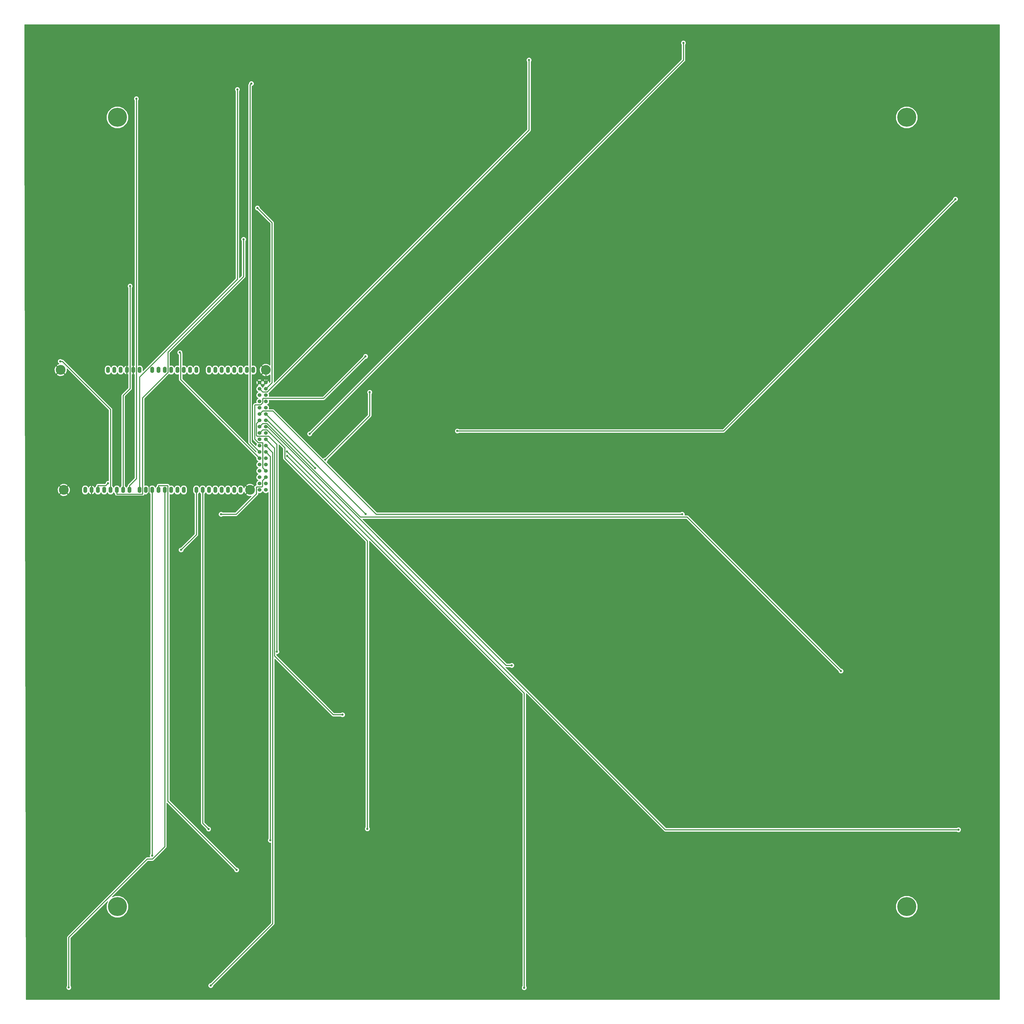
<source format=gbl>
G04 (created by PCBNEW-RS274X (2011-07-19)-testing) date Fri 03 Feb 2012 01:16:17 PM PST*
G01*
G70*
G90*
%MOIN*%
G04 Gerber Fmt 3.4, Leading zero omitted, Abs format*
%FSLAX34Y34*%
G04 APERTURE LIST*
%ADD10C,0.006000*%
%ADD11O,0.060000X0.100000*%
%ADD12C,0.155000*%
%ADD13C,0.060000*%
%ADD14C,0.300000*%
%ADD15C,0.035000*%
%ADD16C,0.015000*%
%ADD17C,0.010000*%
G04 APERTURE END LIST*
G54D10*
G54D11*
X37500Y-84000D03*
X38500Y-84000D03*
X39500Y-84000D03*
X40500Y-84000D03*
X41500Y-84000D03*
X42500Y-84000D03*
X43500Y-84000D03*
X44500Y-84000D03*
X46500Y-65000D03*
X45500Y-65000D03*
X44500Y-65000D03*
X43500Y-65000D03*
X39500Y-65000D03*
X37500Y-65000D03*
X36500Y-65000D03*
X40500Y-65000D03*
X41500Y-65000D03*
X42500Y-65000D03*
X35500Y-65000D03*
X34500Y-65000D03*
X33500Y-65000D03*
X30500Y-65000D03*
X31500Y-65000D03*
X32500Y-65000D03*
X28500Y-65000D03*
X27500Y-65000D03*
X26500Y-65000D03*
X24500Y-65000D03*
X23500Y-65000D03*
X35500Y-84000D03*
X34500Y-84000D03*
X33500Y-84000D03*
X32500Y-84000D03*
X31500Y-84000D03*
X30500Y-84000D03*
X29500Y-84000D03*
X28500Y-84000D03*
X26900Y-84000D03*
X25900Y-84000D03*
X24900Y-84000D03*
X23900Y-84000D03*
X22900Y-84000D03*
X21900Y-84000D03*
X20900Y-84000D03*
X19900Y-84000D03*
X25500Y-65000D03*
G54D12*
X48500Y-65000D03*
X46000Y-84000D03*
X16500Y-84000D03*
X16000Y-65000D03*
G54D13*
X47500Y-83000D03*
X48500Y-83000D03*
X47500Y-82000D03*
X48500Y-82000D03*
X47500Y-81000D03*
X48500Y-81000D03*
X47500Y-80000D03*
X48500Y-80000D03*
X47500Y-84000D03*
X48500Y-84000D03*
X48500Y-79000D03*
X47500Y-79000D03*
X47500Y-78000D03*
X48500Y-78000D03*
X47500Y-77000D03*
X48500Y-77000D03*
X47500Y-76000D03*
X48500Y-76000D03*
X47500Y-75000D03*
X48500Y-75000D03*
X47500Y-74000D03*
X48500Y-74000D03*
X47500Y-73000D03*
X48500Y-73000D03*
X47500Y-72000D03*
X48500Y-72000D03*
X47500Y-71000D03*
X48500Y-71000D03*
X47500Y-70000D03*
X48500Y-70000D03*
X47500Y-69000D03*
X48500Y-69000D03*
X47500Y-68000D03*
X48500Y-68000D03*
X47500Y-67000D03*
X48500Y-67000D03*
G54D14*
X25000Y-25000D03*
X150000Y-25000D03*
X25000Y-150000D03*
X150000Y-150000D03*
G54D15*
X47164Y-39351D03*
X114439Y-87860D03*
X56317Y-80562D03*
X50246Y-109626D03*
X87454Y-111781D03*
X139587Y-112677D03*
X64587Y-137677D03*
X60639Y-119599D03*
X51859Y-77908D03*
X158203Y-137812D03*
X39772Y-162492D03*
X90186Y-15927D03*
X51873Y-78622D03*
X89422Y-162842D03*
X49212Y-139490D03*
X46214Y-19655D03*
X55446Y-75115D03*
X114634Y-13228D03*
X34883Y-62235D03*
X57914Y-79235D03*
X64942Y-68529D03*
X78828Y-74669D03*
X157710Y-37950D03*
X64295Y-62847D03*
X41416Y-87855D03*
X39434Y-137709D03*
X35078Y-93501D03*
X17294Y-162789D03*
X43881Y-144178D03*
X30500Y-141907D03*
X44002Y-20580D03*
X28000Y-22061D03*
X27000Y-51728D03*
X44977Y-44319D03*
X15949Y-63637D03*
X23522Y-82958D03*
X64312Y-87812D03*
G54D16*
X49495Y-41682D02*
X47164Y-39351D01*
X49495Y-67005D02*
X49495Y-41682D01*
X48500Y-68000D02*
X49495Y-67005D01*
X65979Y-87860D02*
X114439Y-87860D01*
X49619Y-71500D02*
X65979Y-87860D01*
X48000Y-71500D02*
X49619Y-71500D01*
X47500Y-72000D02*
X48000Y-71500D01*
X48755Y-73000D02*
X56317Y-80562D01*
X48500Y-73000D02*
X48755Y-73000D01*
X47014Y-73486D02*
X47500Y-73000D01*
X47014Y-75399D02*
X47014Y-73486D01*
X47115Y-75500D02*
X47014Y-75399D01*
X48956Y-75500D02*
X47115Y-75500D01*
X50246Y-76790D02*
X48956Y-75500D01*
X50246Y-109626D02*
X50246Y-76790D01*
X48764Y-74000D02*
X48500Y-74000D01*
X86545Y-111781D02*
X48764Y-74000D01*
X87454Y-111781D02*
X86545Y-111781D01*
X115209Y-88299D02*
X139587Y-112677D01*
X63484Y-88299D02*
X115209Y-88299D01*
X48685Y-73500D02*
X63484Y-88299D01*
X48000Y-73500D02*
X48685Y-73500D01*
X47500Y-74000D02*
X48000Y-73500D01*
X64587Y-92083D02*
X64587Y-137677D01*
X51506Y-79002D02*
X64587Y-92083D01*
X51506Y-77323D02*
X51506Y-79002D01*
X48683Y-74500D02*
X51506Y-77323D01*
X48000Y-74500D02*
X48683Y-74500D01*
X47500Y-75000D02*
X48000Y-74500D01*
X59193Y-119599D02*
X60639Y-119599D01*
X49893Y-110299D02*
X59193Y-119599D01*
X49893Y-77393D02*
X49893Y-110299D01*
X48500Y-76000D02*
X49893Y-77393D01*
X111763Y-137812D02*
X158203Y-137812D01*
X51859Y-77908D02*
X111763Y-137812D01*
X49591Y-78091D02*
X48500Y-77000D01*
X49591Y-152673D02*
X49591Y-78091D01*
X39772Y-162492D02*
X49591Y-152673D01*
X90186Y-27035D02*
X90186Y-15927D01*
X48721Y-68500D02*
X90186Y-27035D01*
X48000Y-68500D02*
X48721Y-68500D01*
X47500Y-68000D02*
X48000Y-68500D01*
X89422Y-116171D02*
X89422Y-162842D01*
X51873Y-78622D02*
X89422Y-116171D01*
X49212Y-78712D02*
X49212Y-139490D01*
X48500Y-78000D02*
X49212Y-78712D01*
X46000Y-19869D02*
X46214Y-19655D01*
X46000Y-76500D02*
X46000Y-19869D01*
X47500Y-78000D02*
X46000Y-76500D01*
X114634Y-15927D02*
X114634Y-13228D01*
X55446Y-75115D02*
X114634Y-15927D01*
X35021Y-62373D02*
X34883Y-62235D01*
X35021Y-66521D02*
X35021Y-62373D01*
X47500Y-79000D02*
X35021Y-66521D01*
X64942Y-72207D02*
X64942Y-68529D01*
X57914Y-79235D02*
X64942Y-72207D01*
X120991Y-74669D02*
X157710Y-37950D01*
X78828Y-74669D02*
X120991Y-74669D01*
X57642Y-69500D02*
X64295Y-62847D01*
X48064Y-69500D02*
X57642Y-69500D01*
X48000Y-69564D02*
X48064Y-69500D01*
X48000Y-70202D02*
X48000Y-69564D01*
X47681Y-70521D02*
X48000Y-70202D01*
X46802Y-70521D02*
X47681Y-70521D01*
X46749Y-70574D02*
X46802Y-70521D01*
X46749Y-75951D02*
X46749Y-70574D01*
X47319Y-76521D02*
X46749Y-75951D01*
X47957Y-76521D02*
X47319Y-76521D01*
X48000Y-76564D02*
X47957Y-76521D01*
X48000Y-80500D02*
X48000Y-76564D01*
X48500Y-81000D02*
X48000Y-80500D01*
X43797Y-87855D02*
X41416Y-87855D01*
X47021Y-84631D02*
X43797Y-87855D01*
X47021Y-83565D02*
X47021Y-84631D01*
X47064Y-83522D02*
X47021Y-83565D01*
X47892Y-83522D02*
X47064Y-83522D01*
X47978Y-83436D02*
X47892Y-83522D01*
X47978Y-82522D02*
X47978Y-83436D01*
X48500Y-82000D02*
X47978Y-82522D01*
X38500Y-136775D02*
X39434Y-137709D01*
X38500Y-84000D02*
X38500Y-136775D01*
X37500Y-91079D02*
X35078Y-93501D01*
X37500Y-84000D02*
X37500Y-91079D01*
X17294Y-154867D02*
X17294Y-162789D01*
X29714Y-142447D02*
X17294Y-154867D01*
X30540Y-142447D02*
X29714Y-142447D01*
X32500Y-140487D02*
X30540Y-142447D01*
X32500Y-84000D02*
X32500Y-140487D01*
X32995Y-133292D02*
X43881Y-144178D01*
X32995Y-83365D02*
X32995Y-133292D01*
X32952Y-83322D02*
X32995Y-83365D01*
X31500Y-83322D02*
X32952Y-83322D01*
X31500Y-84000D02*
X31500Y-83322D01*
X30500Y-84000D02*
X30500Y-141907D01*
X44002Y-50621D02*
X44002Y-20580D01*
X28500Y-66123D02*
X44002Y-50621D01*
X28500Y-84000D02*
X28500Y-66123D01*
X28000Y-82222D02*
X28000Y-22061D01*
X26900Y-83322D02*
X28000Y-82222D01*
X26900Y-84000D02*
X26900Y-83322D01*
X27000Y-67965D02*
X27000Y-51728D01*
X25900Y-69065D02*
X27000Y-67965D01*
X25900Y-84000D02*
X25900Y-69065D01*
X44977Y-50204D02*
X44977Y-44319D01*
X33000Y-62181D02*
X44977Y-50204D01*
X33000Y-65402D02*
X33000Y-62181D01*
X28979Y-69423D02*
X33000Y-65402D01*
X28979Y-84646D02*
X28979Y-69423D01*
X28947Y-84678D02*
X28979Y-84646D01*
X24900Y-84678D02*
X28947Y-84678D01*
X24900Y-84000D02*
X24900Y-84678D01*
X16289Y-63637D02*
X15949Y-63637D01*
X23900Y-71248D02*
X16289Y-63637D01*
X23900Y-83322D02*
X23900Y-71248D01*
X23900Y-84000D02*
X23900Y-83322D01*
X23158Y-83322D02*
X23522Y-82958D01*
X21900Y-83322D02*
X23158Y-83322D01*
X21900Y-84000D02*
X21900Y-83322D01*
X64312Y-87812D02*
X48500Y-72000D01*
X48500Y-67000D02*
X48500Y-65000D01*
X20900Y-84000D02*
X20900Y-84678D01*
X44398Y-82398D02*
X46000Y-84000D01*
X30735Y-82398D02*
X44398Y-82398D01*
X30022Y-83111D02*
X30735Y-82398D01*
X30022Y-84380D02*
X30022Y-83111D01*
X29459Y-84943D02*
X30022Y-84380D01*
X21165Y-84943D02*
X29459Y-84943D01*
X20900Y-84678D02*
X21165Y-84943D01*
G54D10*
G36*
X164675Y-164675D02*
X158628Y-164675D01*
X158628Y-137897D01*
X158628Y-137728D01*
X158564Y-137572D01*
X158444Y-137452D01*
X158288Y-137387D01*
X158135Y-137387D01*
X158135Y-38035D01*
X158135Y-37866D01*
X158071Y-37710D01*
X157951Y-37590D01*
X157795Y-37525D01*
X157626Y-37525D01*
X157470Y-37589D01*
X157350Y-37709D01*
X157285Y-37865D01*
X157285Y-37915D01*
X151750Y-43450D01*
X151750Y-25349D01*
X151750Y-24653D01*
X151484Y-24010D01*
X150992Y-23517D01*
X150349Y-23250D01*
X149653Y-23250D01*
X149010Y-23516D01*
X148517Y-24008D01*
X148250Y-24651D01*
X148250Y-25347D01*
X148516Y-25990D01*
X149008Y-26483D01*
X149651Y-26750D01*
X150347Y-26750D01*
X150990Y-26484D01*
X151483Y-25992D01*
X151750Y-25349D01*
X151750Y-43450D01*
X120856Y-74344D01*
X115059Y-74344D01*
X115059Y-13313D01*
X115059Y-13144D01*
X114995Y-12988D01*
X114875Y-12868D01*
X114719Y-12803D01*
X114550Y-12803D01*
X114394Y-12867D01*
X114274Y-12987D01*
X114209Y-13143D01*
X114209Y-13312D01*
X114273Y-13468D01*
X114309Y-13504D01*
X114309Y-15792D01*
X55411Y-74690D01*
X55362Y-74690D01*
X55206Y-74754D01*
X55086Y-74874D01*
X55021Y-75030D01*
X55021Y-75199D01*
X55085Y-75355D01*
X55205Y-75475D01*
X55361Y-75540D01*
X55530Y-75540D01*
X55686Y-75476D01*
X55806Y-75356D01*
X55871Y-75200D01*
X55871Y-75149D01*
X114861Y-16158D01*
X114863Y-16157D01*
X114864Y-16157D01*
X114933Y-16052D01*
X114934Y-16051D01*
X114959Y-15927D01*
X114959Y-13504D01*
X114994Y-13469D01*
X115059Y-13313D01*
X115059Y-74344D01*
X79104Y-74344D01*
X79069Y-74309D01*
X78913Y-74244D01*
X78744Y-74244D01*
X78588Y-74308D01*
X78468Y-74428D01*
X78403Y-74584D01*
X78403Y-74753D01*
X78467Y-74909D01*
X78587Y-75029D01*
X78743Y-75094D01*
X78912Y-75094D01*
X79068Y-75030D01*
X79104Y-74994D01*
X120991Y-74994D01*
X121115Y-74969D01*
X121221Y-74899D01*
X157744Y-38375D01*
X157794Y-38375D01*
X157950Y-38311D01*
X158070Y-38191D01*
X158135Y-38035D01*
X158135Y-137387D01*
X158119Y-137387D01*
X157963Y-137451D01*
X157927Y-137487D01*
X111898Y-137487D01*
X86510Y-112099D01*
X86545Y-112106D01*
X87178Y-112106D01*
X87213Y-112141D01*
X87369Y-112206D01*
X87538Y-112206D01*
X87694Y-112142D01*
X87814Y-112022D01*
X87879Y-111866D01*
X87879Y-111697D01*
X87815Y-111541D01*
X87695Y-111421D01*
X87539Y-111356D01*
X87370Y-111356D01*
X87214Y-111420D01*
X87178Y-111456D01*
X86680Y-111456D01*
X63848Y-88624D01*
X115074Y-88624D01*
X139162Y-112711D01*
X139162Y-112761D01*
X139226Y-112917D01*
X139346Y-113037D01*
X139502Y-113102D01*
X139671Y-113102D01*
X139827Y-113038D01*
X139947Y-112918D01*
X140012Y-112762D01*
X140012Y-112593D01*
X139948Y-112437D01*
X139828Y-112317D01*
X139672Y-112252D01*
X139621Y-112252D01*
X115439Y-88069D01*
X115333Y-87999D01*
X115209Y-87974D01*
X114851Y-87974D01*
X114864Y-87945D01*
X114864Y-87776D01*
X114800Y-87620D01*
X114680Y-87500D01*
X114524Y-87435D01*
X114355Y-87435D01*
X114199Y-87499D01*
X114163Y-87535D01*
X66113Y-87535D01*
X58164Y-79585D01*
X58274Y-79476D01*
X58339Y-79320D01*
X58339Y-79270D01*
X65172Y-72437D01*
X65242Y-72332D01*
X65242Y-72331D01*
X65267Y-72207D01*
X65267Y-68805D01*
X65302Y-68770D01*
X65367Y-68614D01*
X65367Y-68445D01*
X65303Y-68289D01*
X65183Y-68169D01*
X65027Y-68104D01*
X64858Y-68104D01*
X64702Y-68168D01*
X64582Y-68288D01*
X64517Y-68444D01*
X64517Y-68613D01*
X64581Y-68769D01*
X64617Y-68805D01*
X64617Y-72072D01*
X57879Y-78810D01*
X57830Y-78810D01*
X57674Y-78874D01*
X57563Y-78984D01*
X49849Y-71270D01*
X49743Y-71200D01*
X49619Y-71175D01*
X49021Y-71175D01*
X49049Y-71109D01*
X49049Y-70891D01*
X48965Y-70689D01*
X48811Y-70535D01*
X48726Y-70500D01*
X48811Y-70465D01*
X48965Y-70311D01*
X49049Y-70109D01*
X49049Y-69891D01*
X49021Y-69825D01*
X57642Y-69825D01*
X57766Y-69800D01*
X57872Y-69730D01*
X64329Y-63272D01*
X64379Y-63272D01*
X64535Y-63208D01*
X64655Y-63088D01*
X64720Y-62932D01*
X64720Y-62763D01*
X64656Y-62607D01*
X64536Y-62487D01*
X64380Y-62422D01*
X64211Y-62422D01*
X64055Y-62486D01*
X63935Y-62606D01*
X63870Y-62762D01*
X63870Y-62812D01*
X57507Y-69175D01*
X49021Y-69175D01*
X49049Y-69109D01*
X49049Y-68891D01*
X48972Y-68708D01*
X90416Y-27265D01*
X90486Y-27160D01*
X90486Y-27159D01*
X90511Y-27035D01*
X90511Y-16203D01*
X90546Y-16168D01*
X90611Y-16012D01*
X90611Y-15843D01*
X90547Y-15687D01*
X90427Y-15567D01*
X90271Y-15502D01*
X90102Y-15502D01*
X89946Y-15566D01*
X89826Y-15686D01*
X89761Y-15842D01*
X89761Y-16011D01*
X89825Y-16167D01*
X89861Y-16203D01*
X89861Y-26900D01*
X49820Y-66941D01*
X49820Y-41682D01*
X49795Y-41558D01*
X49794Y-41557D01*
X49725Y-41452D01*
X49722Y-41450D01*
X47589Y-39316D01*
X47589Y-39267D01*
X47525Y-39111D01*
X47405Y-38991D01*
X47249Y-38926D01*
X47080Y-38926D01*
X46924Y-38990D01*
X46804Y-39110D01*
X46739Y-39266D01*
X46739Y-39435D01*
X46803Y-39591D01*
X46923Y-39711D01*
X47079Y-39776D01*
X47129Y-39776D01*
X49170Y-41816D01*
X49170Y-64193D01*
X49168Y-64191D01*
X49118Y-64240D01*
X49061Y-64143D01*
X48691Y-63993D01*
X48291Y-63997D01*
X47939Y-64143D01*
X47856Y-64285D01*
X48465Y-64894D01*
X48500Y-64929D01*
X48571Y-65000D01*
X48500Y-65071D01*
X48465Y-65106D01*
X48429Y-65142D01*
X48429Y-65000D01*
X47785Y-64356D01*
X47643Y-64439D01*
X47493Y-64809D01*
X47497Y-65209D01*
X47643Y-65561D01*
X47785Y-65644D01*
X48429Y-65000D01*
X48429Y-65142D01*
X47856Y-65715D01*
X47939Y-65857D01*
X48309Y-66007D01*
X48709Y-66003D01*
X49061Y-65857D01*
X49118Y-65759D01*
X49144Y-65785D01*
X49168Y-65809D01*
X49170Y-65807D01*
X49170Y-66870D01*
X49144Y-66895D01*
X49038Y-67001D01*
X49032Y-66866D01*
X48972Y-66719D01*
X48878Y-66692D01*
X48808Y-66762D01*
X48808Y-66622D01*
X48781Y-66528D01*
X48579Y-66457D01*
X48366Y-66468D01*
X48219Y-66528D01*
X48192Y-66622D01*
X48500Y-66929D01*
X48808Y-66622D01*
X48808Y-66762D01*
X48571Y-67000D01*
X48500Y-67071D01*
X48429Y-67141D01*
X48429Y-67000D01*
X48122Y-66692D01*
X48028Y-66719D01*
X48002Y-66792D01*
X47972Y-66719D01*
X47878Y-66692D01*
X47808Y-66762D01*
X47808Y-66622D01*
X47781Y-66528D01*
X47579Y-66457D01*
X47366Y-66468D01*
X47219Y-66528D01*
X47192Y-66622D01*
X47500Y-66929D01*
X47808Y-66622D01*
X47808Y-66762D01*
X47571Y-67000D01*
X47878Y-67308D01*
X47972Y-67281D01*
X47997Y-67207D01*
X48028Y-67281D01*
X48122Y-67308D01*
X48429Y-67000D01*
X48429Y-67141D01*
X48192Y-67378D01*
X48219Y-67472D01*
X48284Y-67495D01*
X48189Y-67535D01*
X48035Y-67689D01*
X48000Y-67773D01*
X47965Y-67689D01*
X47811Y-67535D01*
X47719Y-67497D01*
X47781Y-67472D01*
X47808Y-67378D01*
X47500Y-67071D01*
X47429Y-67141D01*
X47429Y-67000D01*
X47122Y-66692D01*
X47028Y-66719D01*
X46957Y-66921D01*
X46968Y-67134D01*
X47028Y-67281D01*
X47122Y-67308D01*
X47429Y-67000D01*
X47429Y-67141D01*
X47192Y-67378D01*
X47219Y-67472D01*
X47284Y-67495D01*
X47189Y-67535D01*
X47035Y-67689D01*
X46951Y-67891D01*
X46951Y-68109D01*
X47035Y-68311D01*
X47189Y-68465D01*
X47273Y-68500D01*
X47189Y-68535D01*
X47035Y-68689D01*
X46951Y-68891D01*
X46951Y-69109D01*
X47035Y-69311D01*
X47189Y-69465D01*
X47273Y-69500D01*
X47189Y-69535D01*
X47035Y-69689D01*
X46951Y-69891D01*
X46951Y-70109D01*
X46987Y-70196D01*
X46802Y-70196D01*
X46801Y-70196D01*
X46776Y-70201D01*
X46678Y-70221D01*
X46572Y-70291D01*
X46570Y-70293D01*
X46519Y-70344D01*
X46449Y-70450D01*
X46424Y-70574D01*
X46424Y-75951D01*
X46449Y-76075D01*
X46519Y-76181D01*
X47032Y-76694D01*
X46951Y-76891D01*
X46951Y-76991D01*
X46325Y-76365D01*
X46325Y-65725D01*
X46392Y-65754D01*
X46607Y-65754D01*
X46806Y-65672D01*
X46957Y-65520D01*
X47040Y-65322D01*
X47040Y-65107D01*
X47040Y-64679D01*
X46958Y-64480D01*
X46806Y-64329D01*
X46608Y-64246D01*
X46393Y-64246D01*
X46325Y-64274D01*
X46325Y-20068D01*
X46454Y-20016D01*
X46574Y-19896D01*
X46639Y-19740D01*
X46639Y-19571D01*
X46575Y-19415D01*
X46455Y-19295D01*
X46299Y-19230D01*
X46130Y-19230D01*
X45974Y-19294D01*
X45854Y-19414D01*
X45789Y-19570D01*
X45789Y-19620D01*
X45770Y-19639D01*
X45700Y-19745D01*
X45675Y-19869D01*
X45675Y-64274D01*
X45608Y-64246D01*
X45393Y-64246D01*
X45194Y-64328D01*
X45043Y-64480D01*
X45000Y-64582D01*
X44958Y-64480D01*
X44806Y-64329D01*
X44608Y-64246D01*
X44393Y-64246D01*
X44194Y-64328D01*
X44043Y-64480D01*
X44000Y-64582D01*
X43958Y-64480D01*
X43806Y-64329D01*
X43608Y-64246D01*
X43393Y-64246D01*
X43194Y-64328D01*
X43043Y-64480D01*
X43000Y-64582D01*
X42958Y-64480D01*
X42806Y-64329D01*
X42608Y-64246D01*
X42393Y-64246D01*
X42194Y-64328D01*
X42043Y-64480D01*
X42000Y-64582D01*
X41958Y-64480D01*
X41806Y-64329D01*
X41608Y-64246D01*
X41393Y-64246D01*
X41194Y-64328D01*
X41043Y-64480D01*
X41000Y-64582D01*
X40958Y-64480D01*
X40806Y-64329D01*
X40608Y-64246D01*
X40393Y-64246D01*
X40194Y-64328D01*
X40043Y-64480D01*
X40000Y-64582D01*
X39958Y-64480D01*
X39806Y-64329D01*
X39608Y-64246D01*
X39393Y-64246D01*
X39194Y-64328D01*
X39043Y-64480D01*
X38960Y-64678D01*
X38960Y-64893D01*
X38960Y-65321D01*
X39042Y-65520D01*
X39194Y-65671D01*
X39392Y-65754D01*
X39607Y-65754D01*
X39806Y-65672D01*
X39957Y-65520D01*
X39999Y-65417D01*
X40042Y-65520D01*
X40194Y-65671D01*
X40392Y-65754D01*
X40607Y-65754D01*
X40806Y-65672D01*
X40957Y-65520D01*
X40999Y-65417D01*
X41042Y-65520D01*
X41194Y-65671D01*
X41392Y-65754D01*
X41607Y-65754D01*
X41806Y-65672D01*
X41957Y-65520D01*
X41999Y-65417D01*
X42042Y-65520D01*
X42194Y-65671D01*
X42392Y-65754D01*
X42607Y-65754D01*
X42806Y-65672D01*
X42957Y-65520D01*
X42999Y-65417D01*
X43042Y-65520D01*
X43194Y-65671D01*
X43392Y-65754D01*
X43607Y-65754D01*
X43806Y-65672D01*
X43957Y-65520D01*
X43999Y-65417D01*
X44042Y-65520D01*
X44194Y-65671D01*
X44392Y-65754D01*
X44607Y-65754D01*
X44806Y-65672D01*
X44957Y-65520D01*
X44999Y-65417D01*
X45042Y-65520D01*
X45194Y-65671D01*
X45392Y-65754D01*
X45607Y-65754D01*
X45675Y-65725D01*
X45675Y-76500D01*
X45700Y-76624D01*
X45770Y-76730D01*
X46951Y-77911D01*
X46951Y-77991D01*
X35346Y-66386D01*
X35346Y-65734D01*
X35392Y-65754D01*
X35607Y-65754D01*
X35806Y-65672D01*
X35957Y-65520D01*
X35999Y-65417D01*
X36042Y-65520D01*
X36194Y-65671D01*
X36392Y-65754D01*
X36607Y-65754D01*
X36806Y-65672D01*
X36957Y-65520D01*
X36999Y-65417D01*
X37042Y-65520D01*
X37194Y-65671D01*
X37392Y-65754D01*
X37607Y-65754D01*
X37806Y-65672D01*
X37957Y-65520D01*
X38040Y-65322D01*
X38040Y-65107D01*
X38040Y-64679D01*
X37958Y-64480D01*
X37806Y-64329D01*
X37608Y-64246D01*
X37393Y-64246D01*
X37194Y-64328D01*
X37043Y-64480D01*
X37000Y-64582D01*
X36958Y-64480D01*
X36806Y-64329D01*
X36608Y-64246D01*
X36393Y-64246D01*
X36194Y-64328D01*
X36043Y-64480D01*
X36000Y-64582D01*
X35958Y-64480D01*
X35806Y-64329D01*
X35608Y-64246D01*
X35393Y-64246D01*
X35346Y-64265D01*
X35346Y-62373D01*
X35321Y-62249D01*
X35321Y-62248D01*
X35308Y-62229D01*
X35308Y-62228D01*
X35308Y-62151D01*
X35244Y-61995D01*
X35124Y-61875D01*
X34968Y-61810D01*
X34799Y-61810D01*
X34643Y-61874D01*
X34523Y-61994D01*
X34458Y-62150D01*
X34458Y-62319D01*
X34522Y-62475D01*
X34642Y-62595D01*
X34696Y-62617D01*
X34696Y-64282D01*
X34608Y-64246D01*
X34393Y-64246D01*
X34194Y-64328D01*
X34043Y-64480D01*
X34000Y-64582D01*
X33958Y-64480D01*
X33806Y-64329D01*
X33608Y-64246D01*
X33393Y-64246D01*
X33325Y-64274D01*
X33325Y-62316D01*
X45207Y-50434D01*
X45277Y-50328D01*
X45302Y-50204D01*
X45302Y-44595D01*
X45337Y-44560D01*
X45402Y-44404D01*
X45402Y-44235D01*
X45338Y-44079D01*
X45218Y-43959D01*
X45062Y-43894D01*
X44893Y-43894D01*
X44737Y-43958D01*
X44617Y-44078D01*
X44552Y-44234D01*
X44552Y-44403D01*
X44616Y-44559D01*
X44652Y-44595D01*
X44652Y-50069D01*
X44327Y-50394D01*
X44327Y-20856D01*
X44362Y-20821D01*
X44427Y-20665D01*
X44427Y-20496D01*
X44363Y-20340D01*
X44243Y-20220D01*
X44087Y-20155D01*
X43918Y-20155D01*
X43762Y-20219D01*
X43642Y-20339D01*
X43577Y-20495D01*
X43577Y-20664D01*
X43641Y-20820D01*
X43677Y-20856D01*
X43677Y-50486D01*
X29040Y-65123D01*
X29040Y-65107D01*
X29040Y-64679D01*
X28958Y-64480D01*
X28806Y-64329D01*
X28608Y-64246D01*
X28393Y-64246D01*
X28325Y-64274D01*
X28325Y-22337D01*
X28360Y-22302D01*
X28425Y-22146D01*
X28425Y-21977D01*
X28361Y-21821D01*
X28241Y-21701D01*
X28085Y-21636D01*
X27916Y-21636D01*
X27760Y-21700D01*
X27640Y-21820D01*
X27575Y-21976D01*
X27575Y-22145D01*
X27639Y-22301D01*
X27675Y-22337D01*
X27675Y-64278D01*
X27663Y-64272D01*
X27635Y-64268D01*
X27550Y-64315D01*
X27550Y-64900D01*
X27550Y-64950D01*
X27550Y-65050D01*
X27550Y-65100D01*
X27550Y-65685D01*
X27635Y-65732D01*
X27663Y-65728D01*
X27675Y-65721D01*
X27675Y-82087D01*
X26670Y-83092D01*
X26600Y-83198D01*
X26575Y-83322D01*
X26575Y-83347D01*
X26443Y-83480D01*
X26400Y-83582D01*
X26358Y-83480D01*
X26225Y-83347D01*
X26225Y-69199D01*
X27227Y-68196D01*
X27229Y-68195D01*
X27230Y-68195D01*
X27299Y-68090D01*
X27300Y-68089D01*
X27325Y-67965D01*
X27325Y-65721D01*
X27337Y-65728D01*
X27365Y-65732D01*
X27450Y-65685D01*
X27450Y-65100D01*
X27450Y-65050D01*
X27450Y-64950D01*
X27450Y-64900D01*
X27450Y-64315D01*
X27365Y-64268D01*
X27337Y-64272D01*
X27325Y-64278D01*
X27325Y-52004D01*
X27360Y-51969D01*
X27425Y-51813D01*
X27425Y-51644D01*
X27361Y-51488D01*
X27241Y-51368D01*
X27085Y-51303D01*
X26916Y-51303D01*
X26760Y-51367D01*
X26750Y-51377D01*
X26750Y-25349D01*
X26750Y-24653D01*
X26484Y-24010D01*
X25992Y-23517D01*
X25349Y-23250D01*
X24653Y-23250D01*
X24010Y-23516D01*
X23517Y-24008D01*
X23250Y-24651D01*
X23250Y-25347D01*
X23516Y-25990D01*
X24008Y-26483D01*
X24651Y-26750D01*
X25347Y-26750D01*
X25990Y-26484D01*
X26483Y-25992D01*
X26750Y-25349D01*
X26750Y-51377D01*
X26640Y-51487D01*
X26575Y-51643D01*
X26575Y-51812D01*
X26639Y-51968D01*
X26675Y-52004D01*
X26675Y-64278D01*
X26663Y-64272D01*
X26635Y-64268D01*
X26550Y-64315D01*
X26550Y-64900D01*
X26550Y-64950D01*
X26550Y-65050D01*
X26550Y-65100D01*
X26550Y-65685D01*
X26635Y-65732D01*
X26663Y-65728D01*
X26675Y-65721D01*
X26675Y-67830D01*
X26450Y-68055D01*
X26450Y-65685D01*
X26450Y-65100D01*
X26450Y-65050D01*
X26450Y-64950D01*
X26450Y-64900D01*
X26450Y-64315D01*
X26365Y-64268D01*
X26337Y-64272D01*
X26147Y-64375D01*
X26011Y-64543D01*
X25999Y-64581D01*
X25958Y-64480D01*
X25806Y-64329D01*
X25608Y-64246D01*
X25393Y-64246D01*
X25194Y-64328D01*
X25043Y-64480D01*
X25000Y-64582D01*
X24958Y-64480D01*
X24806Y-64329D01*
X24608Y-64246D01*
X24393Y-64246D01*
X24194Y-64328D01*
X24043Y-64480D01*
X24000Y-64582D01*
X23958Y-64480D01*
X23806Y-64329D01*
X23608Y-64246D01*
X23393Y-64246D01*
X23194Y-64328D01*
X23043Y-64480D01*
X22960Y-64678D01*
X22960Y-64893D01*
X22960Y-65321D01*
X23042Y-65520D01*
X23194Y-65671D01*
X23392Y-65754D01*
X23607Y-65754D01*
X23806Y-65672D01*
X23957Y-65520D01*
X23999Y-65417D01*
X24042Y-65520D01*
X24194Y-65671D01*
X24392Y-65754D01*
X24607Y-65754D01*
X24806Y-65672D01*
X24957Y-65520D01*
X24999Y-65417D01*
X25042Y-65520D01*
X25194Y-65671D01*
X25392Y-65754D01*
X25607Y-65754D01*
X25806Y-65672D01*
X25957Y-65520D01*
X25999Y-65418D01*
X26011Y-65457D01*
X26147Y-65625D01*
X26337Y-65728D01*
X26365Y-65732D01*
X26450Y-65685D01*
X26450Y-68055D01*
X25670Y-68835D01*
X25600Y-68941D01*
X25575Y-69065D01*
X25575Y-83347D01*
X25443Y-83480D01*
X25400Y-83582D01*
X25358Y-83480D01*
X25206Y-83329D01*
X25008Y-83246D01*
X24793Y-83246D01*
X24594Y-83328D01*
X24443Y-83480D01*
X24400Y-83582D01*
X24358Y-83480D01*
X24225Y-83347D01*
X24225Y-83322D01*
X24225Y-71248D01*
X24200Y-71124D01*
X24199Y-71123D01*
X24130Y-71018D01*
X24127Y-71016D01*
X16519Y-63407D01*
X16413Y-63337D01*
X16289Y-63312D01*
X16225Y-63312D01*
X16190Y-63277D01*
X16034Y-63212D01*
X15865Y-63212D01*
X15709Y-63276D01*
X15589Y-63396D01*
X15524Y-63552D01*
X15524Y-63721D01*
X15588Y-63877D01*
X15708Y-63997D01*
X15749Y-64014D01*
X15439Y-64143D01*
X15356Y-64285D01*
X15965Y-64894D01*
X16000Y-64929D01*
X16071Y-65000D01*
X16106Y-65035D01*
X16715Y-65644D01*
X16857Y-65561D01*
X17007Y-65191D01*
X17003Y-64811D01*
X23575Y-71382D01*
X23575Y-82533D01*
X23438Y-82533D01*
X23282Y-82597D01*
X23162Y-82717D01*
X23097Y-82873D01*
X23097Y-82923D01*
X23023Y-82997D01*
X21900Y-82997D01*
X21776Y-83022D01*
X21670Y-83092D01*
X21600Y-83198D01*
X21575Y-83322D01*
X21575Y-83347D01*
X21443Y-83480D01*
X21400Y-83581D01*
X21389Y-83543D01*
X21253Y-83375D01*
X21063Y-83272D01*
X21035Y-83268D01*
X20950Y-83315D01*
X20950Y-83900D01*
X20950Y-83950D01*
X20950Y-84050D01*
X20950Y-84100D01*
X20950Y-84685D01*
X21035Y-84732D01*
X21063Y-84728D01*
X21253Y-84625D01*
X21389Y-84457D01*
X21400Y-84418D01*
X21442Y-84520D01*
X21594Y-84671D01*
X21792Y-84754D01*
X22007Y-84754D01*
X22206Y-84672D01*
X22357Y-84520D01*
X22399Y-84417D01*
X22442Y-84520D01*
X22594Y-84671D01*
X22792Y-84754D01*
X23007Y-84754D01*
X23206Y-84672D01*
X23357Y-84520D01*
X23399Y-84417D01*
X23442Y-84520D01*
X23594Y-84671D01*
X23792Y-84754D01*
X24007Y-84754D01*
X24206Y-84672D01*
X24357Y-84520D01*
X24399Y-84417D01*
X24442Y-84520D01*
X24575Y-84652D01*
X24575Y-84678D01*
X24600Y-84802D01*
X24670Y-84908D01*
X24776Y-84978D01*
X24900Y-85003D01*
X28947Y-85003D01*
X29071Y-84978D01*
X29177Y-84908D01*
X29209Y-84876D01*
X29279Y-84771D01*
X29279Y-84770D01*
X29290Y-84711D01*
X29392Y-84754D01*
X29607Y-84754D01*
X29806Y-84672D01*
X29957Y-84520D01*
X29999Y-84417D01*
X30042Y-84520D01*
X30175Y-84652D01*
X30175Y-141631D01*
X30140Y-141666D01*
X30075Y-141822D01*
X30075Y-141991D01*
X30128Y-142122D01*
X29714Y-142122D01*
X29590Y-142147D01*
X29484Y-142217D01*
X29482Y-142219D01*
X20850Y-150851D01*
X20850Y-84685D01*
X20850Y-84100D01*
X20850Y-84050D01*
X20850Y-83950D01*
X20850Y-83900D01*
X20850Y-83315D01*
X20765Y-83268D01*
X20737Y-83272D01*
X20547Y-83375D01*
X20411Y-83543D01*
X20399Y-83581D01*
X20358Y-83480D01*
X20206Y-83329D01*
X20008Y-83246D01*
X19793Y-83246D01*
X19594Y-83328D01*
X19443Y-83480D01*
X19360Y-83678D01*
X19360Y-83893D01*
X19360Y-84321D01*
X19442Y-84520D01*
X19594Y-84671D01*
X19792Y-84754D01*
X20007Y-84754D01*
X20206Y-84672D01*
X20357Y-84520D01*
X20399Y-84418D01*
X20411Y-84457D01*
X20547Y-84625D01*
X20737Y-84728D01*
X20765Y-84732D01*
X20850Y-84685D01*
X20850Y-150851D01*
X17507Y-154194D01*
X17507Y-84191D01*
X17503Y-83791D01*
X17357Y-83439D01*
X17215Y-83356D01*
X17144Y-83427D01*
X17144Y-83285D01*
X17061Y-83143D01*
X16691Y-82993D01*
X16644Y-82993D01*
X16644Y-65715D01*
X16000Y-65071D01*
X15929Y-65142D01*
X15929Y-65000D01*
X15285Y-64356D01*
X15143Y-64439D01*
X14993Y-64809D01*
X14997Y-65209D01*
X15143Y-65561D01*
X15285Y-65644D01*
X15929Y-65000D01*
X15929Y-65142D01*
X15356Y-65715D01*
X15439Y-65857D01*
X15809Y-66007D01*
X16209Y-66003D01*
X16561Y-65857D01*
X16644Y-65715D01*
X16644Y-82993D01*
X16291Y-82997D01*
X15939Y-83143D01*
X15856Y-83285D01*
X16500Y-83929D01*
X17144Y-83285D01*
X17144Y-83427D01*
X16571Y-84000D01*
X17215Y-84644D01*
X17357Y-84561D01*
X17507Y-84191D01*
X17507Y-154194D01*
X17144Y-154557D01*
X17144Y-84715D01*
X16500Y-84071D01*
X16429Y-84142D01*
X16429Y-84000D01*
X15785Y-83356D01*
X15643Y-83439D01*
X15493Y-83809D01*
X15497Y-84209D01*
X15643Y-84561D01*
X15785Y-84644D01*
X16429Y-84000D01*
X16429Y-84142D01*
X15856Y-84715D01*
X15939Y-84857D01*
X16309Y-85007D01*
X16709Y-85003D01*
X17061Y-84857D01*
X17144Y-84715D01*
X17144Y-154557D01*
X17064Y-154637D01*
X16994Y-154743D01*
X16969Y-154867D01*
X16969Y-162513D01*
X16934Y-162548D01*
X16869Y-162704D01*
X16869Y-162873D01*
X16933Y-163029D01*
X17053Y-163149D01*
X17209Y-163214D01*
X17378Y-163214D01*
X17534Y-163150D01*
X17654Y-163030D01*
X17719Y-162874D01*
X17719Y-162705D01*
X17655Y-162549D01*
X17619Y-162513D01*
X17619Y-155001D01*
X23449Y-149171D01*
X23250Y-149651D01*
X23250Y-150347D01*
X23516Y-150990D01*
X24008Y-151483D01*
X24651Y-151750D01*
X25347Y-151750D01*
X25990Y-151484D01*
X26483Y-150992D01*
X26750Y-150349D01*
X26750Y-149653D01*
X26484Y-149010D01*
X25992Y-148517D01*
X25349Y-148250D01*
X24653Y-148250D01*
X24171Y-148449D01*
X29848Y-142772D01*
X30540Y-142772D01*
X30664Y-142747D01*
X30770Y-142677D01*
X32727Y-140718D01*
X32729Y-140717D01*
X32730Y-140717D01*
X32799Y-140612D01*
X32800Y-140611D01*
X32819Y-140513D01*
X32825Y-140488D01*
X32824Y-140487D01*
X32825Y-140487D01*
X32825Y-133582D01*
X43456Y-144213D01*
X43456Y-144262D01*
X43520Y-144418D01*
X43640Y-144538D01*
X43796Y-144603D01*
X43965Y-144603D01*
X44121Y-144539D01*
X44241Y-144419D01*
X44306Y-144263D01*
X44306Y-144094D01*
X44242Y-143938D01*
X44122Y-143818D01*
X43966Y-143753D01*
X43916Y-143753D01*
X33320Y-133157D01*
X33320Y-84723D01*
X33392Y-84754D01*
X33607Y-84754D01*
X33806Y-84672D01*
X33957Y-84520D01*
X33999Y-84417D01*
X34042Y-84520D01*
X34194Y-84671D01*
X34392Y-84754D01*
X34607Y-84754D01*
X34806Y-84672D01*
X34957Y-84520D01*
X34999Y-84417D01*
X35042Y-84520D01*
X35194Y-84671D01*
X35392Y-84754D01*
X35607Y-84754D01*
X35806Y-84672D01*
X35957Y-84520D01*
X36040Y-84322D01*
X36040Y-84107D01*
X36040Y-83679D01*
X35958Y-83480D01*
X35806Y-83329D01*
X35608Y-83246D01*
X35393Y-83246D01*
X35194Y-83328D01*
X35043Y-83480D01*
X35000Y-83582D01*
X34958Y-83480D01*
X34806Y-83329D01*
X34608Y-83246D01*
X34393Y-83246D01*
X34194Y-83328D01*
X34043Y-83480D01*
X34000Y-83582D01*
X33958Y-83480D01*
X33806Y-83329D01*
X33608Y-83246D01*
X33393Y-83246D01*
X33303Y-83282D01*
X33295Y-83241D01*
X33294Y-83240D01*
X33225Y-83135D01*
X33222Y-83133D01*
X33182Y-83092D01*
X33076Y-83022D01*
X32952Y-82997D01*
X31500Y-82997D01*
X31376Y-83022D01*
X31270Y-83092D01*
X31200Y-83198D01*
X31175Y-83322D01*
X31175Y-83347D01*
X31043Y-83480D01*
X31000Y-83582D01*
X30958Y-83480D01*
X30806Y-83329D01*
X30608Y-83246D01*
X30393Y-83246D01*
X30194Y-83328D01*
X30043Y-83480D01*
X30000Y-83582D01*
X29958Y-83480D01*
X29806Y-83329D01*
X29608Y-83246D01*
X29393Y-83246D01*
X29304Y-83282D01*
X29304Y-69557D01*
X33191Y-65669D01*
X33194Y-65671D01*
X33392Y-65754D01*
X33607Y-65754D01*
X33806Y-65672D01*
X33957Y-65520D01*
X33999Y-65417D01*
X34042Y-65520D01*
X34194Y-65671D01*
X34392Y-65754D01*
X34607Y-65754D01*
X34696Y-65717D01*
X34696Y-66521D01*
X34721Y-66645D01*
X34791Y-66751D01*
X46951Y-78910D01*
X46951Y-79109D01*
X47035Y-79311D01*
X47189Y-79465D01*
X47273Y-79500D01*
X47189Y-79535D01*
X47035Y-79689D01*
X46951Y-79891D01*
X46951Y-80109D01*
X47035Y-80311D01*
X47189Y-80465D01*
X47273Y-80500D01*
X47189Y-80535D01*
X47035Y-80689D01*
X46951Y-80891D01*
X46951Y-81109D01*
X47035Y-81311D01*
X47189Y-81465D01*
X47273Y-81500D01*
X47189Y-81535D01*
X47035Y-81689D01*
X46951Y-81891D01*
X46951Y-82109D01*
X47035Y-82311D01*
X47189Y-82465D01*
X47273Y-82500D01*
X47189Y-82535D01*
X47035Y-82689D01*
X46951Y-82891D01*
X46951Y-83109D01*
X46993Y-83211D01*
X46940Y-83222D01*
X46834Y-83292D01*
X46832Y-83294D01*
X46791Y-83335D01*
X46759Y-83382D01*
X46715Y-83356D01*
X46644Y-83427D01*
X46644Y-83285D01*
X46561Y-83143D01*
X46191Y-82993D01*
X45791Y-82997D01*
X45439Y-83143D01*
X45356Y-83285D01*
X46000Y-83929D01*
X46644Y-83285D01*
X46644Y-83427D01*
X46106Y-83965D01*
X46071Y-84000D01*
X46000Y-84071D01*
X45965Y-84106D01*
X45929Y-84142D01*
X45929Y-84000D01*
X45285Y-83356D01*
X45143Y-83439D01*
X45040Y-83693D01*
X45040Y-83679D01*
X44958Y-83480D01*
X44806Y-83329D01*
X44608Y-83246D01*
X44393Y-83246D01*
X44194Y-83328D01*
X44043Y-83480D01*
X44000Y-83582D01*
X43958Y-83480D01*
X43806Y-83329D01*
X43608Y-83246D01*
X43393Y-83246D01*
X43194Y-83328D01*
X43043Y-83480D01*
X43000Y-83582D01*
X42958Y-83480D01*
X42806Y-83329D01*
X42608Y-83246D01*
X42393Y-83246D01*
X42194Y-83328D01*
X42043Y-83480D01*
X42000Y-83582D01*
X41958Y-83480D01*
X41806Y-83329D01*
X41608Y-83246D01*
X41393Y-83246D01*
X41194Y-83328D01*
X41043Y-83480D01*
X41000Y-83582D01*
X40958Y-83480D01*
X40806Y-83329D01*
X40608Y-83246D01*
X40393Y-83246D01*
X40194Y-83328D01*
X40043Y-83480D01*
X40000Y-83582D01*
X39958Y-83480D01*
X39806Y-83329D01*
X39608Y-83246D01*
X39393Y-83246D01*
X39194Y-83328D01*
X39043Y-83480D01*
X39000Y-83582D01*
X38958Y-83480D01*
X38806Y-83329D01*
X38608Y-83246D01*
X38393Y-83246D01*
X38194Y-83328D01*
X38043Y-83480D01*
X38000Y-83582D01*
X37958Y-83480D01*
X37806Y-83329D01*
X37608Y-83246D01*
X37393Y-83246D01*
X37194Y-83328D01*
X37043Y-83480D01*
X36960Y-83678D01*
X36960Y-83893D01*
X36960Y-84321D01*
X37042Y-84520D01*
X37175Y-84652D01*
X37175Y-90944D01*
X35043Y-93076D01*
X34994Y-93076D01*
X34838Y-93140D01*
X34718Y-93260D01*
X34653Y-93416D01*
X34653Y-93585D01*
X34717Y-93741D01*
X34837Y-93861D01*
X34993Y-93926D01*
X35162Y-93926D01*
X35318Y-93862D01*
X35438Y-93742D01*
X35503Y-93586D01*
X35503Y-93536D01*
X37730Y-91309D01*
X37800Y-91204D01*
X37800Y-91203D01*
X37825Y-91079D01*
X37825Y-84652D01*
X37957Y-84520D01*
X37999Y-84417D01*
X38042Y-84520D01*
X38175Y-84652D01*
X38175Y-136775D01*
X38200Y-136899D01*
X38270Y-137005D01*
X39009Y-137743D01*
X39009Y-137793D01*
X39073Y-137949D01*
X39193Y-138069D01*
X39349Y-138134D01*
X39518Y-138134D01*
X39674Y-138070D01*
X39794Y-137950D01*
X39859Y-137794D01*
X39859Y-137625D01*
X39795Y-137469D01*
X39675Y-137349D01*
X39519Y-137284D01*
X39468Y-137284D01*
X38825Y-136640D01*
X38825Y-84652D01*
X38957Y-84520D01*
X38999Y-84417D01*
X39042Y-84520D01*
X39194Y-84671D01*
X39392Y-84754D01*
X39607Y-84754D01*
X39806Y-84672D01*
X39957Y-84520D01*
X39999Y-84417D01*
X40042Y-84520D01*
X40194Y-84671D01*
X40392Y-84754D01*
X40607Y-84754D01*
X40806Y-84672D01*
X40957Y-84520D01*
X40999Y-84417D01*
X41042Y-84520D01*
X41194Y-84671D01*
X41392Y-84754D01*
X41607Y-84754D01*
X41806Y-84672D01*
X41957Y-84520D01*
X41999Y-84417D01*
X42042Y-84520D01*
X42194Y-84671D01*
X42392Y-84754D01*
X42607Y-84754D01*
X42806Y-84672D01*
X42957Y-84520D01*
X42999Y-84417D01*
X43042Y-84520D01*
X43194Y-84671D01*
X43392Y-84754D01*
X43607Y-84754D01*
X43806Y-84672D01*
X43957Y-84520D01*
X43999Y-84417D01*
X44042Y-84520D01*
X44194Y-84671D01*
X44392Y-84754D01*
X44607Y-84754D01*
X44806Y-84672D01*
X44957Y-84520D01*
X45040Y-84322D01*
X45040Y-84312D01*
X45143Y-84561D01*
X45285Y-84644D01*
X45929Y-84000D01*
X45929Y-84142D01*
X45356Y-84715D01*
X45439Y-84857D01*
X45809Y-85007D01*
X46188Y-85003D01*
X43662Y-87530D01*
X41692Y-87530D01*
X41657Y-87495D01*
X41501Y-87430D01*
X41332Y-87430D01*
X41176Y-87494D01*
X41056Y-87614D01*
X40991Y-87770D01*
X40991Y-87939D01*
X41055Y-88095D01*
X41175Y-88215D01*
X41331Y-88280D01*
X41500Y-88280D01*
X41656Y-88216D01*
X41692Y-88180D01*
X43797Y-88180D01*
X43921Y-88155D01*
X44027Y-88085D01*
X47251Y-84861D01*
X47321Y-84756D01*
X47321Y-84755D01*
X47346Y-84631D01*
X47346Y-84530D01*
X47391Y-84549D01*
X47609Y-84549D01*
X47811Y-84465D01*
X47965Y-84311D01*
X48000Y-84226D01*
X48035Y-84311D01*
X48189Y-84465D01*
X48391Y-84549D01*
X48609Y-84549D01*
X48811Y-84465D01*
X48887Y-84389D01*
X48887Y-139214D01*
X48852Y-139249D01*
X48787Y-139405D01*
X48787Y-139574D01*
X48851Y-139730D01*
X48971Y-139850D01*
X49127Y-139915D01*
X49266Y-139915D01*
X49266Y-152538D01*
X39737Y-162067D01*
X39688Y-162067D01*
X39532Y-162131D01*
X39412Y-162251D01*
X39347Y-162407D01*
X39347Y-162576D01*
X39411Y-162732D01*
X39531Y-162852D01*
X39687Y-162917D01*
X39856Y-162917D01*
X40012Y-162853D01*
X40132Y-162733D01*
X40197Y-162577D01*
X40197Y-162527D01*
X49821Y-152903D01*
X49891Y-152798D01*
X49891Y-152797D01*
X49916Y-152673D01*
X49916Y-110782D01*
X58963Y-119829D01*
X59068Y-119899D01*
X59069Y-119899D01*
X59193Y-119924D01*
X60363Y-119924D01*
X60398Y-119959D01*
X60554Y-120024D01*
X60723Y-120024D01*
X60879Y-119960D01*
X60999Y-119840D01*
X61064Y-119684D01*
X61064Y-119515D01*
X61000Y-119359D01*
X60880Y-119239D01*
X60724Y-119174D01*
X60555Y-119174D01*
X60399Y-119238D01*
X60363Y-119274D01*
X59328Y-119274D01*
X50218Y-110164D01*
X50218Y-110051D01*
X50330Y-110051D01*
X50486Y-109987D01*
X50606Y-109867D01*
X50671Y-109711D01*
X50671Y-109542D01*
X50607Y-109386D01*
X50571Y-109350D01*
X50571Y-76848D01*
X51181Y-77458D01*
X51181Y-79002D01*
X51206Y-79126D01*
X51276Y-79232D01*
X64262Y-92218D01*
X64262Y-137401D01*
X64227Y-137436D01*
X64162Y-137592D01*
X64162Y-137761D01*
X64226Y-137917D01*
X64346Y-138037D01*
X64502Y-138102D01*
X64671Y-138102D01*
X64827Y-138038D01*
X64947Y-137918D01*
X65012Y-137762D01*
X65012Y-137593D01*
X64948Y-137437D01*
X64912Y-137401D01*
X64912Y-92121D01*
X89097Y-116306D01*
X89097Y-162566D01*
X89062Y-162601D01*
X88997Y-162757D01*
X88997Y-162926D01*
X89061Y-163082D01*
X89181Y-163202D01*
X89337Y-163267D01*
X89506Y-163267D01*
X89662Y-163203D01*
X89782Y-163083D01*
X89847Y-162927D01*
X89847Y-162758D01*
X89783Y-162602D01*
X89747Y-162566D01*
X89747Y-116256D01*
X111533Y-138042D01*
X111639Y-138112D01*
X111763Y-138137D01*
X157927Y-138137D01*
X157962Y-138172D01*
X158118Y-138237D01*
X158287Y-138237D01*
X158443Y-138173D01*
X158563Y-138053D01*
X158628Y-137897D01*
X158628Y-164675D01*
X151750Y-164675D01*
X151750Y-150349D01*
X151750Y-149653D01*
X151484Y-149010D01*
X150992Y-148517D01*
X150349Y-148250D01*
X149653Y-148250D01*
X149010Y-148516D01*
X148517Y-149008D01*
X148250Y-149651D01*
X148250Y-150347D01*
X148516Y-150990D01*
X149008Y-151483D01*
X149651Y-151750D01*
X150347Y-151750D01*
X150990Y-151484D01*
X151483Y-150992D01*
X151750Y-150349D01*
X151750Y-164675D01*
X10549Y-164675D01*
X10325Y-25740D01*
X10325Y-10325D01*
X164675Y-10325D01*
X164675Y-164675D01*
X164675Y-164675D01*
G37*
G54D17*
X164675Y-164675D02*
X158628Y-164675D01*
X158628Y-137897D01*
X158628Y-137728D01*
X158564Y-137572D01*
X158444Y-137452D01*
X158288Y-137387D01*
X158135Y-137387D01*
X158135Y-38035D01*
X158135Y-37866D01*
X158071Y-37710D01*
X157951Y-37590D01*
X157795Y-37525D01*
X157626Y-37525D01*
X157470Y-37589D01*
X157350Y-37709D01*
X157285Y-37865D01*
X157285Y-37915D01*
X151750Y-43450D01*
X151750Y-25349D01*
X151750Y-24653D01*
X151484Y-24010D01*
X150992Y-23517D01*
X150349Y-23250D01*
X149653Y-23250D01*
X149010Y-23516D01*
X148517Y-24008D01*
X148250Y-24651D01*
X148250Y-25347D01*
X148516Y-25990D01*
X149008Y-26483D01*
X149651Y-26750D01*
X150347Y-26750D01*
X150990Y-26484D01*
X151483Y-25992D01*
X151750Y-25349D01*
X151750Y-43450D01*
X120856Y-74344D01*
X115059Y-74344D01*
X115059Y-13313D01*
X115059Y-13144D01*
X114995Y-12988D01*
X114875Y-12868D01*
X114719Y-12803D01*
X114550Y-12803D01*
X114394Y-12867D01*
X114274Y-12987D01*
X114209Y-13143D01*
X114209Y-13312D01*
X114273Y-13468D01*
X114309Y-13504D01*
X114309Y-15792D01*
X55411Y-74690D01*
X55362Y-74690D01*
X55206Y-74754D01*
X55086Y-74874D01*
X55021Y-75030D01*
X55021Y-75199D01*
X55085Y-75355D01*
X55205Y-75475D01*
X55361Y-75540D01*
X55530Y-75540D01*
X55686Y-75476D01*
X55806Y-75356D01*
X55871Y-75200D01*
X55871Y-75149D01*
X114861Y-16158D01*
X114863Y-16157D01*
X114864Y-16157D01*
X114933Y-16052D01*
X114934Y-16051D01*
X114959Y-15927D01*
X114959Y-13504D01*
X114994Y-13469D01*
X115059Y-13313D01*
X115059Y-74344D01*
X79104Y-74344D01*
X79069Y-74309D01*
X78913Y-74244D01*
X78744Y-74244D01*
X78588Y-74308D01*
X78468Y-74428D01*
X78403Y-74584D01*
X78403Y-74753D01*
X78467Y-74909D01*
X78587Y-75029D01*
X78743Y-75094D01*
X78912Y-75094D01*
X79068Y-75030D01*
X79104Y-74994D01*
X120991Y-74994D01*
X121115Y-74969D01*
X121221Y-74899D01*
X157744Y-38375D01*
X157794Y-38375D01*
X157950Y-38311D01*
X158070Y-38191D01*
X158135Y-38035D01*
X158135Y-137387D01*
X158119Y-137387D01*
X157963Y-137451D01*
X157927Y-137487D01*
X111898Y-137487D01*
X86510Y-112099D01*
X86545Y-112106D01*
X87178Y-112106D01*
X87213Y-112141D01*
X87369Y-112206D01*
X87538Y-112206D01*
X87694Y-112142D01*
X87814Y-112022D01*
X87879Y-111866D01*
X87879Y-111697D01*
X87815Y-111541D01*
X87695Y-111421D01*
X87539Y-111356D01*
X87370Y-111356D01*
X87214Y-111420D01*
X87178Y-111456D01*
X86680Y-111456D01*
X63848Y-88624D01*
X115074Y-88624D01*
X139162Y-112711D01*
X139162Y-112761D01*
X139226Y-112917D01*
X139346Y-113037D01*
X139502Y-113102D01*
X139671Y-113102D01*
X139827Y-113038D01*
X139947Y-112918D01*
X140012Y-112762D01*
X140012Y-112593D01*
X139948Y-112437D01*
X139828Y-112317D01*
X139672Y-112252D01*
X139621Y-112252D01*
X115439Y-88069D01*
X115333Y-87999D01*
X115209Y-87974D01*
X114851Y-87974D01*
X114864Y-87945D01*
X114864Y-87776D01*
X114800Y-87620D01*
X114680Y-87500D01*
X114524Y-87435D01*
X114355Y-87435D01*
X114199Y-87499D01*
X114163Y-87535D01*
X66113Y-87535D01*
X58164Y-79585D01*
X58274Y-79476D01*
X58339Y-79320D01*
X58339Y-79270D01*
X65172Y-72437D01*
X65242Y-72332D01*
X65242Y-72331D01*
X65267Y-72207D01*
X65267Y-68805D01*
X65302Y-68770D01*
X65367Y-68614D01*
X65367Y-68445D01*
X65303Y-68289D01*
X65183Y-68169D01*
X65027Y-68104D01*
X64858Y-68104D01*
X64702Y-68168D01*
X64582Y-68288D01*
X64517Y-68444D01*
X64517Y-68613D01*
X64581Y-68769D01*
X64617Y-68805D01*
X64617Y-72072D01*
X57879Y-78810D01*
X57830Y-78810D01*
X57674Y-78874D01*
X57563Y-78984D01*
X49849Y-71270D01*
X49743Y-71200D01*
X49619Y-71175D01*
X49021Y-71175D01*
X49049Y-71109D01*
X49049Y-70891D01*
X48965Y-70689D01*
X48811Y-70535D01*
X48726Y-70500D01*
X48811Y-70465D01*
X48965Y-70311D01*
X49049Y-70109D01*
X49049Y-69891D01*
X49021Y-69825D01*
X57642Y-69825D01*
X57766Y-69800D01*
X57872Y-69730D01*
X64329Y-63272D01*
X64379Y-63272D01*
X64535Y-63208D01*
X64655Y-63088D01*
X64720Y-62932D01*
X64720Y-62763D01*
X64656Y-62607D01*
X64536Y-62487D01*
X64380Y-62422D01*
X64211Y-62422D01*
X64055Y-62486D01*
X63935Y-62606D01*
X63870Y-62762D01*
X63870Y-62812D01*
X57507Y-69175D01*
X49021Y-69175D01*
X49049Y-69109D01*
X49049Y-68891D01*
X48972Y-68708D01*
X90416Y-27265D01*
X90486Y-27160D01*
X90486Y-27159D01*
X90511Y-27035D01*
X90511Y-16203D01*
X90546Y-16168D01*
X90611Y-16012D01*
X90611Y-15843D01*
X90547Y-15687D01*
X90427Y-15567D01*
X90271Y-15502D01*
X90102Y-15502D01*
X89946Y-15566D01*
X89826Y-15686D01*
X89761Y-15842D01*
X89761Y-16011D01*
X89825Y-16167D01*
X89861Y-16203D01*
X89861Y-26900D01*
X49820Y-66941D01*
X49820Y-41682D01*
X49795Y-41558D01*
X49794Y-41557D01*
X49725Y-41452D01*
X49722Y-41450D01*
X47589Y-39316D01*
X47589Y-39267D01*
X47525Y-39111D01*
X47405Y-38991D01*
X47249Y-38926D01*
X47080Y-38926D01*
X46924Y-38990D01*
X46804Y-39110D01*
X46739Y-39266D01*
X46739Y-39435D01*
X46803Y-39591D01*
X46923Y-39711D01*
X47079Y-39776D01*
X47129Y-39776D01*
X49170Y-41816D01*
X49170Y-64193D01*
X49168Y-64191D01*
X49118Y-64240D01*
X49061Y-64143D01*
X48691Y-63993D01*
X48291Y-63997D01*
X47939Y-64143D01*
X47856Y-64285D01*
X48465Y-64894D01*
X48500Y-64929D01*
X48571Y-65000D01*
X48500Y-65071D01*
X48465Y-65106D01*
X48429Y-65142D01*
X48429Y-65000D01*
X47785Y-64356D01*
X47643Y-64439D01*
X47493Y-64809D01*
X47497Y-65209D01*
X47643Y-65561D01*
X47785Y-65644D01*
X48429Y-65000D01*
X48429Y-65142D01*
X47856Y-65715D01*
X47939Y-65857D01*
X48309Y-66007D01*
X48709Y-66003D01*
X49061Y-65857D01*
X49118Y-65759D01*
X49144Y-65785D01*
X49168Y-65809D01*
X49170Y-65807D01*
X49170Y-66870D01*
X49144Y-66895D01*
X49038Y-67001D01*
X49032Y-66866D01*
X48972Y-66719D01*
X48878Y-66692D01*
X48808Y-66762D01*
X48808Y-66622D01*
X48781Y-66528D01*
X48579Y-66457D01*
X48366Y-66468D01*
X48219Y-66528D01*
X48192Y-66622D01*
X48500Y-66929D01*
X48808Y-66622D01*
X48808Y-66762D01*
X48571Y-67000D01*
X48500Y-67071D01*
X48429Y-67141D01*
X48429Y-67000D01*
X48122Y-66692D01*
X48028Y-66719D01*
X48002Y-66792D01*
X47972Y-66719D01*
X47878Y-66692D01*
X47808Y-66762D01*
X47808Y-66622D01*
X47781Y-66528D01*
X47579Y-66457D01*
X47366Y-66468D01*
X47219Y-66528D01*
X47192Y-66622D01*
X47500Y-66929D01*
X47808Y-66622D01*
X47808Y-66762D01*
X47571Y-67000D01*
X47878Y-67308D01*
X47972Y-67281D01*
X47997Y-67207D01*
X48028Y-67281D01*
X48122Y-67308D01*
X48429Y-67000D01*
X48429Y-67141D01*
X48192Y-67378D01*
X48219Y-67472D01*
X48284Y-67495D01*
X48189Y-67535D01*
X48035Y-67689D01*
X48000Y-67773D01*
X47965Y-67689D01*
X47811Y-67535D01*
X47719Y-67497D01*
X47781Y-67472D01*
X47808Y-67378D01*
X47500Y-67071D01*
X47429Y-67141D01*
X47429Y-67000D01*
X47122Y-66692D01*
X47028Y-66719D01*
X46957Y-66921D01*
X46968Y-67134D01*
X47028Y-67281D01*
X47122Y-67308D01*
X47429Y-67000D01*
X47429Y-67141D01*
X47192Y-67378D01*
X47219Y-67472D01*
X47284Y-67495D01*
X47189Y-67535D01*
X47035Y-67689D01*
X46951Y-67891D01*
X46951Y-68109D01*
X47035Y-68311D01*
X47189Y-68465D01*
X47273Y-68500D01*
X47189Y-68535D01*
X47035Y-68689D01*
X46951Y-68891D01*
X46951Y-69109D01*
X47035Y-69311D01*
X47189Y-69465D01*
X47273Y-69500D01*
X47189Y-69535D01*
X47035Y-69689D01*
X46951Y-69891D01*
X46951Y-70109D01*
X46987Y-70196D01*
X46802Y-70196D01*
X46801Y-70196D01*
X46776Y-70201D01*
X46678Y-70221D01*
X46572Y-70291D01*
X46570Y-70293D01*
X46519Y-70344D01*
X46449Y-70450D01*
X46424Y-70574D01*
X46424Y-75951D01*
X46449Y-76075D01*
X46519Y-76181D01*
X47032Y-76694D01*
X46951Y-76891D01*
X46951Y-76991D01*
X46325Y-76365D01*
X46325Y-65725D01*
X46392Y-65754D01*
X46607Y-65754D01*
X46806Y-65672D01*
X46957Y-65520D01*
X47040Y-65322D01*
X47040Y-65107D01*
X47040Y-64679D01*
X46958Y-64480D01*
X46806Y-64329D01*
X46608Y-64246D01*
X46393Y-64246D01*
X46325Y-64274D01*
X46325Y-20068D01*
X46454Y-20016D01*
X46574Y-19896D01*
X46639Y-19740D01*
X46639Y-19571D01*
X46575Y-19415D01*
X46455Y-19295D01*
X46299Y-19230D01*
X46130Y-19230D01*
X45974Y-19294D01*
X45854Y-19414D01*
X45789Y-19570D01*
X45789Y-19620D01*
X45770Y-19639D01*
X45700Y-19745D01*
X45675Y-19869D01*
X45675Y-64274D01*
X45608Y-64246D01*
X45393Y-64246D01*
X45194Y-64328D01*
X45043Y-64480D01*
X45000Y-64582D01*
X44958Y-64480D01*
X44806Y-64329D01*
X44608Y-64246D01*
X44393Y-64246D01*
X44194Y-64328D01*
X44043Y-64480D01*
X44000Y-64582D01*
X43958Y-64480D01*
X43806Y-64329D01*
X43608Y-64246D01*
X43393Y-64246D01*
X43194Y-64328D01*
X43043Y-64480D01*
X43000Y-64582D01*
X42958Y-64480D01*
X42806Y-64329D01*
X42608Y-64246D01*
X42393Y-64246D01*
X42194Y-64328D01*
X42043Y-64480D01*
X42000Y-64582D01*
X41958Y-64480D01*
X41806Y-64329D01*
X41608Y-64246D01*
X41393Y-64246D01*
X41194Y-64328D01*
X41043Y-64480D01*
X41000Y-64582D01*
X40958Y-64480D01*
X40806Y-64329D01*
X40608Y-64246D01*
X40393Y-64246D01*
X40194Y-64328D01*
X40043Y-64480D01*
X40000Y-64582D01*
X39958Y-64480D01*
X39806Y-64329D01*
X39608Y-64246D01*
X39393Y-64246D01*
X39194Y-64328D01*
X39043Y-64480D01*
X38960Y-64678D01*
X38960Y-64893D01*
X38960Y-65321D01*
X39042Y-65520D01*
X39194Y-65671D01*
X39392Y-65754D01*
X39607Y-65754D01*
X39806Y-65672D01*
X39957Y-65520D01*
X39999Y-65417D01*
X40042Y-65520D01*
X40194Y-65671D01*
X40392Y-65754D01*
X40607Y-65754D01*
X40806Y-65672D01*
X40957Y-65520D01*
X40999Y-65417D01*
X41042Y-65520D01*
X41194Y-65671D01*
X41392Y-65754D01*
X41607Y-65754D01*
X41806Y-65672D01*
X41957Y-65520D01*
X41999Y-65417D01*
X42042Y-65520D01*
X42194Y-65671D01*
X42392Y-65754D01*
X42607Y-65754D01*
X42806Y-65672D01*
X42957Y-65520D01*
X42999Y-65417D01*
X43042Y-65520D01*
X43194Y-65671D01*
X43392Y-65754D01*
X43607Y-65754D01*
X43806Y-65672D01*
X43957Y-65520D01*
X43999Y-65417D01*
X44042Y-65520D01*
X44194Y-65671D01*
X44392Y-65754D01*
X44607Y-65754D01*
X44806Y-65672D01*
X44957Y-65520D01*
X44999Y-65417D01*
X45042Y-65520D01*
X45194Y-65671D01*
X45392Y-65754D01*
X45607Y-65754D01*
X45675Y-65725D01*
X45675Y-76500D01*
X45700Y-76624D01*
X45770Y-76730D01*
X46951Y-77911D01*
X46951Y-77991D01*
X35346Y-66386D01*
X35346Y-65734D01*
X35392Y-65754D01*
X35607Y-65754D01*
X35806Y-65672D01*
X35957Y-65520D01*
X35999Y-65417D01*
X36042Y-65520D01*
X36194Y-65671D01*
X36392Y-65754D01*
X36607Y-65754D01*
X36806Y-65672D01*
X36957Y-65520D01*
X36999Y-65417D01*
X37042Y-65520D01*
X37194Y-65671D01*
X37392Y-65754D01*
X37607Y-65754D01*
X37806Y-65672D01*
X37957Y-65520D01*
X38040Y-65322D01*
X38040Y-65107D01*
X38040Y-64679D01*
X37958Y-64480D01*
X37806Y-64329D01*
X37608Y-64246D01*
X37393Y-64246D01*
X37194Y-64328D01*
X37043Y-64480D01*
X37000Y-64582D01*
X36958Y-64480D01*
X36806Y-64329D01*
X36608Y-64246D01*
X36393Y-64246D01*
X36194Y-64328D01*
X36043Y-64480D01*
X36000Y-64582D01*
X35958Y-64480D01*
X35806Y-64329D01*
X35608Y-64246D01*
X35393Y-64246D01*
X35346Y-64265D01*
X35346Y-62373D01*
X35321Y-62249D01*
X35321Y-62248D01*
X35308Y-62229D01*
X35308Y-62228D01*
X35308Y-62151D01*
X35244Y-61995D01*
X35124Y-61875D01*
X34968Y-61810D01*
X34799Y-61810D01*
X34643Y-61874D01*
X34523Y-61994D01*
X34458Y-62150D01*
X34458Y-62319D01*
X34522Y-62475D01*
X34642Y-62595D01*
X34696Y-62617D01*
X34696Y-64282D01*
X34608Y-64246D01*
X34393Y-64246D01*
X34194Y-64328D01*
X34043Y-64480D01*
X34000Y-64582D01*
X33958Y-64480D01*
X33806Y-64329D01*
X33608Y-64246D01*
X33393Y-64246D01*
X33325Y-64274D01*
X33325Y-62316D01*
X45207Y-50434D01*
X45277Y-50328D01*
X45302Y-50204D01*
X45302Y-44595D01*
X45337Y-44560D01*
X45402Y-44404D01*
X45402Y-44235D01*
X45338Y-44079D01*
X45218Y-43959D01*
X45062Y-43894D01*
X44893Y-43894D01*
X44737Y-43958D01*
X44617Y-44078D01*
X44552Y-44234D01*
X44552Y-44403D01*
X44616Y-44559D01*
X44652Y-44595D01*
X44652Y-50069D01*
X44327Y-50394D01*
X44327Y-20856D01*
X44362Y-20821D01*
X44427Y-20665D01*
X44427Y-20496D01*
X44363Y-20340D01*
X44243Y-20220D01*
X44087Y-20155D01*
X43918Y-20155D01*
X43762Y-20219D01*
X43642Y-20339D01*
X43577Y-20495D01*
X43577Y-20664D01*
X43641Y-20820D01*
X43677Y-20856D01*
X43677Y-50486D01*
X29040Y-65123D01*
X29040Y-65107D01*
X29040Y-64679D01*
X28958Y-64480D01*
X28806Y-64329D01*
X28608Y-64246D01*
X28393Y-64246D01*
X28325Y-64274D01*
X28325Y-22337D01*
X28360Y-22302D01*
X28425Y-22146D01*
X28425Y-21977D01*
X28361Y-21821D01*
X28241Y-21701D01*
X28085Y-21636D01*
X27916Y-21636D01*
X27760Y-21700D01*
X27640Y-21820D01*
X27575Y-21976D01*
X27575Y-22145D01*
X27639Y-22301D01*
X27675Y-22337D01*
X27675Y-64278D01*
X27663Y-64272D01*
X27635Y-64268D01*
X27550Y-64315D01*
X27550Y-64900D01*
X27550Y-64950D01*
X27550Y-65050D01*
X27550Y-65100D01*
X27550Y-65685D01*
X27635Y-65732D01*
X27663Y-65728D01*
X27675Y-65721D01*
X27675Y-82087D01*
X26670Y-83092D01*
X26600Y-83198D01*
X26575Y-83322D01*
X26575Y-83347D01*
X26443Y-83480D01*
X26400Y-83582D01*
X26358Y-83480D01*
X26225Y-83347D01*
X26225Y-69199D01*
X27227Y-68196D01*
X27229Y-68195D01*
X27230Y-68195D01*
X27299Y-68090D01*
X27300Y-68089D01*
X27325Y-67965D01*
X27325Y-65721D01*
X27337Y-65728D01*
X27365Y-65732D01*
X27450Y-65685D01*
X27450Y-65100D01*
X27450Y-65050D01*
X27450Y-64950D01*
X27450Y-64900D01*
X27450Y-64315D01*
X27365Y-64268D01*
X27337Y-64272D01*
X27325Y-64278D01*
X27325Y-52004D01*
X27360Y-51969D01*
X27425Y-51813D01*
X27425Y-51644D01*
X27361Y-51488D01*
X27241Y-51368D01*
X27085Y-51303D01*
X26916Y-51303D01*
X26760Y-51367D01*
X26750Y-51377D01*
X26750Y-25349D01*
X26750Y-24653D01*
X26484Y-24010D01*
X25992Y-23517D01*
X25349Y-23250D01*
X24653Y-23250D01*
X24010Y-23516D01*
X23517Y-24008D01*
X23250Y-24651D01*
X23250Y-25347D01*
X23516Y-25990D01*
X24008Y-26483D01*
X24651Y-26750D01*
X25347Y-26750D01*
X25990Y-26484D01*
X26483Y-25992D01*
X26750Y-25349D01*
X26750Y-51377D01*
X26640Y-51487D01*
X26575Y-51643D01*
X26575Y-51812D01*
X26639Y-51968D01*
X26675Y-52004D01*
X26675Y-64278D01*
X26663Y-64272D01*
X26635Y-64268D01*
X26550Y-64315D01*
X26550Y-64900D01*
X26550Y-64950D01*
X26550Y-65050D01*
X26550Y-65100D01*
X26550Y-65685D01*
X26635Y-65732D01*
X26663Y-65728D01*
X26675Y-65721D01*
X26675Y-67830D01*
X26450Y-68055D01*
X26450Y-65685D01*
X26450Y-65100D01*
X26450Y-65050D01*
X26450Y-64950D01*
X26450Y-64900D01*
X26450Y-64315D01*
X26365Y-64268D01*
X26337Y-64272D01*
X26147Y-64375D01*
X26011Y-64543D01*
X25999Y-64581D01*
X25958Y-64480D01*
X25806Y-64329D01*
X25608Y-64246D01*
X25393Y-64246D01*
X25194Y-64328D01*
X25043Y-64480D01*
X25000Y-64582D01*
X24958Y-64480D01*
X24806Y-64329D01*
X24608Y-64246D01*
X24393Y-64246D01*
X24194Y-64328D01*
X24043Y-64480D01*
X24000Y-64582D01*
X23958Y-64480D01*
X23806Y-64329D01*
X23608Y-64246D01*
X23393Y-64246D01*
X23194Y-64328D01*
X23043Y-64480D01*
X22960Y-64678D01*
X22960Y-64893D01*
X22960Y-65321D01*
X23042Y-65520D01*
X23194Y-65671D01*
X23392Y-65754D01*
X23607Y-65754D01*
X23806Y-65672D01*
X23957Y-65520D01*
X23999Y-65417D01*
X24042Y-65520D01*
X24194Y-65671D01*
X24392Y-65754D01*
X24607Y-65754D01*
X24806Y-65672D01*
X24957Y-65520D01*
X24999Y-65417D01*
X25042Y-65520D01*
X25194Y-65671D01*
X25392Y-65754D01*
X25607Y-65754D01*
X25806Y-65672D01*
X25957Y-65520D01*
X25999Y-65418D01*
X26011Y-65457D01*
X26147Y-65625D01*
X26337Y-65728D01*
X26365Y-65732D01*
X26450Y-65685D01*
X26450Y-68055D01*
X25670Y-68835D01*
X25600Y-68941D01*
X25575Y-69065D01*
X25575Y-83347D01*
X25443Y-83480D01*
X25400Y-83582D01*
X25358Y-83480D01*
X25206Y-83329D01*
X25008Y-83246D01*
X24793Y-83246D01*
X24594Y-83328D01*
X24443Y-83480D01*
X24400Y-83582D01*
X24358Y-83480D01*
X24225Y-83347D01*
X24225Y-83322D01*
X24225Y-71248D01*
X24200Y-71124D01*
X24199Y-71123D01*
X24130Y-71018D01*
X24127Y-71016D01*
X16519Y-63407D01*
X16413Y-63337D01*
X16289Y-63312D01*
X16225Y-63312D01*
X16190Y-63277D01*
X16034Y-63212D01*
X15865Y-63212D01*
X15709Y-63276D01*
X15589Y-63396D01*
X15524Y-63552D01*
X15524Y-63721D01*
X15588Y-63877D01*
X15708Y-63997D01*
X15749Y-64014D01*
X15439Y-64143D01*
X15356Y-64285D01*
X15965Y-64894D01*
X16000Y-64929D01*
X16071Y-65000D01*
X16106Y-65035D01*
X16715Y-65644D01*
X16857Y-65561D01*
X17007Y-65191D01*
X17003Y-64811D01*
X23575Y-71382D01*
X23575Y-82533D01*
X23438Y-82533D01*
X23282Y-82597D01*
X23162Y-82717D01*
X23097Y-82873D01*
X23097Y-82923D01*
X23023Y-82997D01*
X21900Y-82997D01*
X21776Y-83022D01*
X21670Y-83092D01*
X21600Y-83198D01*
X21575Y-83322D01*
X21575Y-83347D01*
X21443Y-83480D01*
X21400Y-83581D01*
X21389Y-83543D01*
X21253Y-83375D01*
X21063Y-83272D01*
X21035Y-83268D01*
X20950Y-83315D01*
X20950Y-83900D01*
X20950Y-83950D01*
X20950Y-84050D01*
X20950Y-84100D01*
X20950Y-84685D01*
X21035Y-84732D01*
X21063Y-84728D01*
X21253Y-84625D01*
X21389Y-84457D01*
X21400Y-84418D01*
X21442Y-84520D01*
X21594Y-84671D01*
X21792Y-84754D01*
X22007Y-84754D01*
X22206Y-84672D01*
X22357Y-84520D01*
X22399Y-84417D01*
X22442Y-84520D01*
X22594Y-84671D01*
X22792Y-84754D01*
X23007Y-84754D01*
X23206Y-84672D01*
X23357Y-84520D01*
X23399Y-84417D01*
X23442Y-84520D01*
X23594Y-84671D01*
X23792Y-84754D01*
X24007Y-84754D01*
X24206Y-84672D01*
X24357Y-84520D01*
X24399Y-84417D01*
X24442Y-84520D01*
X24575Y-84652D01*
X24575Y-84678D01*
X24600Y-84802D01*
X24670Y-84908D01*
X24776Y-84978D01*
X24900Y-85003D01*
X28947Y-85003D01*
X29071Y-84978D01*
X29177Y-84908D01*
X29209Y-84876D01*
X29279Y-84771D01*
X29279Y-84770D01*
X29290Y-84711D01*
X29392Y-84754D01*
X29607Y-84754D01*
X29806Y-84672D01*
X29957Y-84520D01*
X29999Y-84417D01*
X30042Y-84520D01*
X30175Y-84652D01*
X30175Y-141631D01*
X30140Y-141666D01*
X30075Y-141822D01*
X30075Y-141991D01*
X30128Y-142122D01*
X29714Y-142122D01*
X29590Y-142147D01*
X29484Y-142217D01*
X29482Y-142219D01*
X20850Y-150851D01*
X20850Y-84685D01*
X20850Y-84100D01*
X20850Y-84050D01*
X20850Y-83950D01*
X20850Y-83900D01*
X20850Y-83315D01*
X20765Y-83268D01*
X20737Y-83272D01*
X20547Y-83375D01*
X20411Y-83543D01*
X20399Y-83581D01*
X20358Y-83480D01*
X20206Y-83329D01*
X20008Y-83246D01*
X19793Y-83246D01*
X19594Y-83328D01*
X19443Y-83480D01*
X19360Y-83678D01*
X19360Y-83893D01*
X19360Y-84321D01*
X19442Y-84520D01*
X19594Y-84671D01*
X19792Y-84754D01*
X20007Y-84754D01*
X20206Y-84672D01*
X20357Y-84520D01*
X20399Y-84418D01*
X20411Y-84457D01*
X20547Y-84625D01*
X20737Y-84728D01*
X20765Y-84732D01*
X20850Y-84685D01*
X20850Y-150851D01*
X17507Y-154194D01*
X17507Y-84191D01*
X17503Y-83791D01*
X17357Y-83439D01*
X17215Y-83356D01*
X17144Y-83427D01*
X17144Y-83285D01*
X17061Y-83143D01*
X16691Y-82993D01*
X16644Y-82993D01*
X16644Y-65715D01*
X16000Y-65071D01*
X15929Y-65142D01*
X15929Y-65000D01*
X15285Y-64356D01*
X15143Y-64439D01*
X14993Y-64809D01*
X14997Y-65209D01*
X15143Y-65561D01*
X15285Y-65644D01*
X15929Y-65000D01*
X15929Y-65142D01*
X15356Y-65715D01*
X15439Y-65857D01*
X15809Y-66007D01*
X16209Y-66003D01*
X16561Y-65857D01*
X16644Y-65715D01*
X16644Y-82993D01*
X16291Y-82997D01*
X15939Y-83143D01*
X15856Y-83285D01*
X16500Y-83929D01*
X17144Y-83285D01*
X17144Y-83427D01*
X16571Y-84000D01*
X17215Y-84644D01*
X17357Y-84561D01*
X17507Y-84191D01*
X17507Y-154194D01*
X17144Y-154557D01*
X17144Y-84715D01*
X16500Y-84071D01*
X16429Y-84142D01*
X16429Y-84000D01*
X15785Y-83356D01*
X15643Y-83439D01*
X15493Y-83809D01*
X15497Y-84209D01*
X15643Y-84561D01*
X15785Y-84644D01*
X16429Y-84000D01*
X16429Y-84142D01*
X15856Y-84715D01*
X15939Y-84857D01*
X16309Y-85007D01*
X16709Y-85003D01*
X17061Y-84857D01*
X17144Y-84715D01*
X17144Y-154557D01*
X17064Y-154637D01*
X16994Y-154743D01*
X16969Y-154867D01*
X16969Y-162513D01*
X16934Y-162548D01*
X16869Y-162704D01*
X16869Y-162873D01*
X16933Y-163029D01*
X17053Y-163149D01*
X17209Y-163214D01*
X17378Y-163214D01*
X17534Y-163150D01*
X17654Y-163030D01*
X17719Y-162874D01*
X17719Y-162705D01*
X17655Y-162549D01*
X17619Y-162513D01*
X17619Y-155001D01*
X23449Y-149171D01*
X23250Y-149651D01*
X23250Y-150347D01*
X23516Y-150990D01*
X24008Y-151483D01*
X24651Y-151750D01*
X25347Y-151750D01*
X25990Y-151484D01*
X26483Y-150992D01*
X26750Y-150349D01*
X26750Y-149653D01*
X26484Y-149010D01*
X25992Y-148517D01*
X25349Y-148250D01*
X24653Y-148250D01*
X24171Y-148449D01*
X29848Y-142772D01*
X30540Y-142772D01*
X30664Y-142747D01*
X30770Y-142677D01*
X32727Y-140718D01*
X32729Y-140717D01*
X32730Y-140717D01*
X32799Y-140612D01*
X32800Y-140611D01*
X32819Y-140513D01*
X32825Y-140488D01*
X32824Y-140487D01*
X32825Y-140487D01*
X32825Y-133582D01*
X43456Y-144213D01*
X43456Y-144262D01*
X43520Y-144418D01*
X43640Y-144538D01*
X43796Y-144603D01*
X43965Y-144603D01*
X44121Y-144539D01*
X44241Y-144419D01*
X44306Y-144263D01*
X44306Y-144094D01*
X44242Y-143938D01*
X44122Y-143818D01*
X43966Y-143753D01*
X43916Y-143753D01*
X33320Y-133157D01*
X33320Y-84723D01*
X33392Y-84754D01*
X33607Y-84754D01*
X33806Y-84672D01*
X33957Y-84520D01*
X33999Y-84417D01*
X34042Y-84520D01*
X34194Y-84671D01*
X34392Y-84754D01*
X34607Y-84754D01*
X34806Y-84672D01*
X34957Y-84520D01*
X34999Y-84417D01*
X35042Y-84520D01*
X35194Y-84671D01*
X35392Y-84754D01*
X35607Y-84754D01*
X35806Y-84672D01*
X35957Y-84520D01*
X36040Y-84322D01*
X36040Y-84107D01*
X36040Y-83679D01*
X35958Y-83480D01*
X35806Y-83329D01*
X35608Y-83246D01*
X35393Y-83246D01*
X35194Y-83328D01*
X35043Y-83480D01*
X35000Y-83582D01*
X34958Y-83480D01*
X34806Y-83329D01*
X34608Y-83246D01*
X34393Y-83246D01*
X34194Y-83328D01*
X34043Y-83480D01*
X34000Y-83582D01*
X33958Y-83480D01*
X33806Y-83329D01*
X33608Y-83246D01*
X33393Y-83246D01*
X33303Y-83282D01*
X33295Y-83241D01*
X33294Y-83240D01*
X33225Y-83135D01*
X33222Y-83133D01*
X33182Y-83092D01*
X33076Y-83022D01*
X32952Y-82997D01*
X31500Y-82997D01*
X31376Y-83022D01*
X31270Y-83092D01*
X31200Y-83198D01*
X31175Y-83322D01*
X31175Y-83347D01*
X31043Y-83480D01*
X31000Y-83582D01*
X30958Y-83480D01*
X30806Y-83329D01*
X30608Y-83246D01*
X30393Y-83246D01*
X30194Y-83328D01*
X30043Y-83480D01*
X30000Y-83582D01*
X29958Y-83480D01*
X29806Y-83329D01*
X29608Y-83246D01*
X29393Y-83246D01*
X29304Y-83282D01*
X29304Y-69557D01*
X33191Y-65669D01*
X33194Y-65671D01*
X33392Y-65754D01*
X33607Y-65754D01*
X33806Y-65672D01*
X33957Y-65520D01*
X33999Y-65417D01*
X34042Y-65520D01*
X34194Y-65671D01*
X34392Y-65754D01*
X34607Y-65754D01*
X34696Y-65717D01*
X34696Y-66521D01*
X34721Y-66645D01*
X34791Y-66751D01*
X46951Y-78910D01*
X46951Y-79109D01*
X47035Y-79311D01*
X47189Y-79465D01*
X47273Y-79500D01*
X47189Y-79535D01*
X47035Y-79689D01*
X46951Y-79891D01*
X46951Y-80109D01*
X47035Y-80311D01*
X47189Y-80465D01*
X47273Y-80500D01*
X47189Y-80535D01*
X47035Y-80689D01*
X46951Y-80891D01*
X46951Y-81109D01*
X47035Y-81311D01*
X47189Y-81465D01*
X47273Y-81500D01*
X47189Y-81535D01*
X47035Y-81689D01*
X46951Y-81891D01*
X46951Y-82109D01*
X47035Y-82311D01*
X47189Y-82465D01*
X47273Y-82500D01*
X47189Y-82535D01*
X47035Y-82689D01*
X46951Y-82891D01*
X46951Y-83109D01*
X46993Y-83211D01*
X46940Y-83222D01*
X46834Y-83292D01*
X46832Y-83294D01*
X46791Y-83335D01*
X46759Y-83382D01*
X46715Y-83356D01*
X46644Y-83427D01*
X46644Y-83285D01*
X46561Y-83143D01*
X46191Y-82993D01*
X45791Y-82997D01*
X45439Y-83143D01*
X45356Y-83285D01*
X46000Y-83929D01*
X46644Y-83285D01*
X46644Y-83427D01*
X46106Y-83965D01*
X46071Y-84000D01*
X46000Y-84071D01*
X45965Y-84106D01*
X45929Y-84142D01*
X45929Y-84000D01*
X45285Y-83356D01*
X45143Y-83439D01*
X45040Y-83693D01*
X45040Y-83679D01*
X44958Y-83480D01*
X44806Y-83329D01*
X44608Y-83246D01*
X44393Y-83246D01*
X44194Y-83328D01*
X44043Y-83480D01*
X44000Y-83582D01*
X43958Y-83480D01*
X43806Y-83329D01*
X43608Y-83246D01*
X43393Y-83246D01*
X43194Y-83328D01*
X43043Y-83480D01*
X43000Y-83582D01*
X42958Y-83480D01*
X42806Y-83329D01*
X42608Y-83246D01*
X42393Y-83246D01*
X42194Y-83328D01*
X42043Y-83480D01*
X42000Y-83582D01*
X41958Y-83480D01*
X41806Y-83329D01*
X41608Y-83246D01*
X41393Y-83246D01*
X41194Y-83328D01*
X41043Y-83480D01*
X41000Y-83582D01*
X40958Y-83480D01*
X40806Y-83329D01*
X40608Y-83246D01*
X40393Y-83246D01*
X40194Y-83328D01*
X40043Y-83480D01*
X40000Y-83582D01*
X39958Y-83480D01*
X39806Y-83329D01*
X39608Y-83246D01*
X39393Y-83246D01*
X39194Y-83328D01*
X39043Y-83480D01*
X39000Y-83582D01*
X38958Y-83480D01*
X38806Y-83329D01*
X38608Y-83246D01*
X38393Y-83246D01*
X38194Y-83328D01*
X38043Y-83480D01*
X38000Y-83582D01*
X37958Y-83480D01*
X37806Y-83329D01*
X37608Y-83246D01*
X37393Y-83246D01*
X37194Y-83328D01*
X37043Y-83480D01*
X36960Y-83678D01*
X36960Y-83893D01*
X36960Y-84321D01*
X37042Y-84520D01*
X37175Y-84652D01*
X37175Y-90944D01*
X35043Y-93076D01*
X34994Y-93076D01*
X34838Y-93140D01*
X34718Y-93260D01*
X34653Y-93416D01*
X34653Y-93585D01*
X34717Y-93741D01*
X34837Y-93861D01*
X34993Y-93926D01*
X35162Y-93926D01*
X35318Y-93862D01*
X35438Y-93742D01*
X35503Y-93586D01*
X35503Y-93536D01*
X37730Y-91309D01*
X37800Y-91204D01*
X37800Y-91203D01*
X37825Y-91079D01*
X37825Y-84652D01*
X37957Y-84520D01*
X37999Y-84417D01*
X38042Y-84520D01*
X38175Y-84652D01*
X38175Y-136775D01*
X38200Y-136899D01*
X38270Y-137005D01*
X39009Y-137743D01*
X39009Y-137793D01*
X39073Y-137949D01*
X39193Y-138069D01*
X39349Y-138134D01*
X39518Y-138134D01*
X39674Y-138070D01*
X39794Y-137950D01*
X39859Y-137794D01*
X39859Y-137625D01*
X39795Y-137469D01*
X39675Y-137349D01*
X39519Y-137284D01*
X39468Y-137284D01*
X38825Y-136640D01*
X38825Y-84652D01*
X38957Y-84520D01*
X38999Y-84417D01*
X39042Y-84520D01*
X39194Y-84671D01*
X39392Y-84754D01*
X39607Y-84754D01*
X39806Y-84672D01*
X39957Y-84520D01*
X39999Y-84417D01*
X40042Y-84520D01*
X40194Y-84671D01*
X40392Y-84754D01*
X40607Y-84754D01*
X40806Y-84672D01*
X40957Y-84520D01*
X40999Y-84417D01*
X41042Y-84520D01*
X41194Y-84671D01*
X41392Y-84754D01*
X41607Y-84754D01*
X41806Y-84672D01*
X41957Y-84520D01*
X41999Y-84417D01*
X42042Y-84520D01*
X42194Y-84671D01*
X42392Y-84754D01*
X42607Y-84754D01*
X42806Y-84672D01*
X42957Y-84520D01*
X42999Y-84417D01*
X43042Y-84520D01*
X43194Y-84671D01*
X43392Y-84754D01*
X43607Y-84754D01*
X43806Y-84672D01*
X43957Y-84520D01*
X43999Y-84417D01*
X44042Y-84520D01*
X44194Y-84671D01*
X44392Y-84754D01*
X44607Y-84754D01*
X44806Y-84672D01*
X44957Y-84520D01*
X45040Y-84322D01*
X45040Y-84312D01*
X45143Y-84561D01*
X45285Y-84644D01*
X45929Y-84000D01*
X45929Y-84142D01*
X45356Y-84715D01*
X45439Y-84857D01*
X45809Y-85007D01*
X46188Y-85003D01*
X43662Y-87530D01*
X41692Y-87530D01*
X41657Y-87495D01*
X41501Y-87430D01*
X41332Y-87430D01*
X41176Y-87494D01*
X41056Y-87614D01*
X40991Y-87770D01*
X40991Y-87939D01*
X41055Y-88095D01*
X41175Y-88215D01*
X41331Y-88280D01*
X41500Y-88280D01*
X41656Y-88216D01*
X41692Y-88180D01*
X43797Y-88180D01*
X43921Y-88155D01*
X44027Y-88085D01*
X47251Y-84861D01*
X47321Y-84756D01*
X47321Y-84755D01*
X47346Y-84631D01*
X47346Y-84530D01*
X47391Y-84549D01*
X47609Y-84549D01*
X47811Y-84465D01*
X47965Y-84311D01*
X48000Y-84226D01*
X48035Y-84311D01*
X48189Y-84465D01*
X48391Y-84549D01*
X48609Y-84549D01*
X48811Y-84465D01*
X48887Y-84389D01*
X48887Y-139214D01*
X48852Y-139249D01*
X48787Y-139405D01*
X48787Y-139574D01*
X48851Y-139730D01*
X48971Y-139850D01*
X49127Y-139915D01*
X49266Y-139915D01*
X49266Y-152538D01*
X39737Y-162067D01*
X39688Y-162067D01*
X39532Y-162131D01*
X39412Y-162251D01*
X39347Y-162407D01*
X39347Y-162576D01*
X39411Y-162732D01*
X39531Y-162852D01*
X39687Y-162917D01*
X39856Y-162917D01*
X40012Y-162853D01*
X40132Y-162733D01*
X40197Y-162577D01*
X40197Y-162527D01*
X49821Y-152903D01*
X49891Y-152798D01*
X49891Y-152797D01*
X49916Y-152673D01*
X49916Y-110782D01*
X58963Y-119829D01*
X59068Y-119899D01*
X59069Y-119899D01*
X59193Y-119924D01*
X60363Y-119924D01*
X60398Y-119959D01*
X60554Y-120024D01*
X60723Y-120024D01*
X60879Y-119960D01*
X60999Y-119840D01*
X61064Y-119684D01*
X61064Y-119515D01*
X61000Y-119359D01*
X60880Y-119239D01*
X60724Y-119174D01*
X60555Y-119174D01*
X60399Y-119238D01*
X60363Y-119274D01*
X59328Y-119274D01*
X50218Y-110164D01*
X50218Y-110051D01*
X50330Y-110051D01*
X50486Y-109987D01*
X50606Y-109867D01*
X50671Y-109711D01*
X50671Y-109542D01*
X50607Y-109386D01*
X50571Y-109350D01*
X50571Y-76848D01*
X51181Y-77458D01*
X51181Y-79002D01*
X51206Y-79126D01*
X51276Y-79232D01*
X64262Y-92218D01*
X64262Y-137401D01*
X64227Y-137436D01*
X64162Y-137592D01*
X64162Y-137761D01*
X64226Y-137917D01*
X64346Y-138037D01*
X64502Y-138102D01*
X64671Y-138102D01*
X64827Y-138038D01*
X64947Y-137918D01*
X65012Y-137762D01*
X65012Y-137593D01*
X64948Y-137437D01*
X64912Y-137401D01*
X64912Y-92121D01*
X89097Y-116306D01*
X89097Y-162566D01*
X89062Y-162601D01*
X88997Y-162757D01*
X88997Y-162926D01*
X89061Y-163082D01*
X89181Y-163202D01*
X89337Y-163267D01*
X89506Y-163267D01*
X89662Y-163203D01*
X89782Y-163083D01*
X89847Y-162927D01*
X89847Y-162758D01*
X89783Y-162602D01*
X89747Y-162566D01*
X89747Y-116256D01*
X111533Y-138042D01*
X111639Y-138112D01*
X111763Y-138137D01*
X157927Y-138137D01*
X157962Y-138172D01*
X158118Y-138237D01*
X158287Y-138237D01*
X158443Y-138173D01*
X158563Y-138053D01*
X158628Y-137897D01*
X158628Y-164675D01*
X151750Y-164675D01*
X151750Y-150349D01*
X151750Y-149653D01*
X151484Y-149010D01*
X150992Y-148517D01*
X150349Y-148250D01*
X149653Y-148250D01*
X149010Y-148516D01*
X148517Y-149008D01*
X148250Y-149651D01*
X148250Y-150347D01*
X148516Y-150990D01*
X149008Y-151483D01*
X149651Y-151750D01*
X150347Y-151750D01*
X150990Y-151484D01*
X151483Y-150992D01*
X151750Y-150349D01*
X151750Y-164675D01*
X10549Y-164675D01*
X10325Y-25740D01*
X10325Y-10325D01*
X164675Y-10325D01*
X164675Y-164675D01*
M02*

</source>
